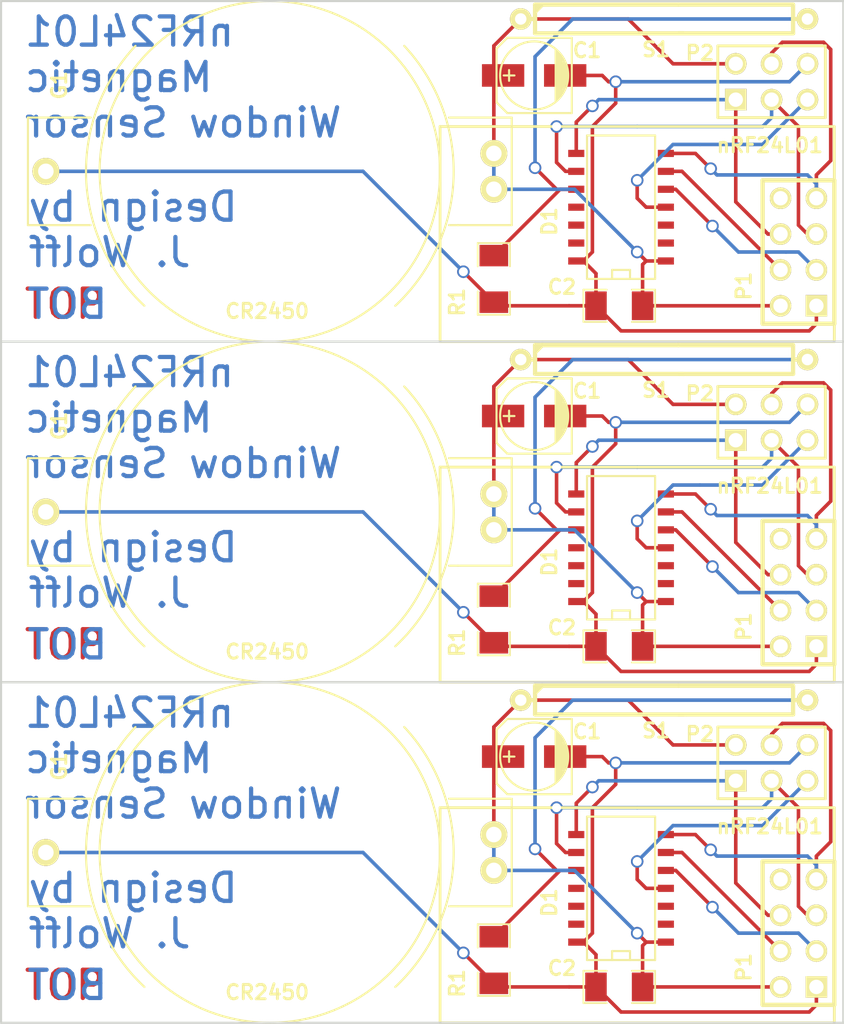
<source format=kicad_pcb>
(kicad_pcb (version 4) (host pcbnew 4.0.3+e1-6302~38~ubuntu16.04.1-stable)

  (general
    (links 102)
    (no_connects 30)
    (area 20.244999 19.990999 80.085001 44.779001)
    (thickness 1.6)
    (drawings 39)
    (tracks 321)
    (zones 0)
    (modules 24)
    (nets 16)
  )

  (page A3)
  (layers
    (0 F.Cu signal)
    (31 B.Cu signal)
    (32 B.Adhes user)
    (33 F.Adhes user)
    (34 B.Paste user)
    (35 F.Paste user)
    (36 B.SilkS user)
    (37 F.SilkS user)
    (38 B.Mask user)
    (39 F.Mask user)
    (40 Dwgs.User user)
    (41 Cmts.User user)
    (42 Eco1.User user)
    (43 Eco2.User user)
    (44 Edge.Cuts user)
  )

  (setup
    (last_trace_width 0.254)
    (trace_clearance 0.254)
    (zone_clearance 0.508)
    (zone_45_only no)
    (trace_min 0.254)
    (segment_width 0.2)
    (edge_width 0.15)
    (via_size 0.889)
    (via_drill 0.635)
    (via_min_size 0.889)
    (via_min_drill 0.508)
    (uvia_size 0.508)
    (uvia_drill 0.127)
    (uvias_allowed no)
    (uvia_min_size 0.508)
    (uvia_min_drill 0.127)
    (pcb_text_width 0.3)
    (pcb_text_size 1 1)
    (mod_edge_width 0.3)
    (mod_text_size 1 1)
    (mod_text_width 0.15)
    (pad_size 1 1)
    (pad_drill 0.6)
    (pad_to_mask_clearance 0)
    (aux_axis_origin 20.32 20.32)
    (visible_elements FFFFFFBF)
    (pcbplotparams
      (layerselection 0x00030_80000001)
      (usegerberextensions true)
      (excludeedgelayer true)
      (linewidth 0.150000)
      (plotframeref false)
      (viasonmask false)
      (mode 1)
      (useauxorigin false)
      (hpglpennumber 1)
      (hpglpenspeed 20)
      (hpglpendiameter 15)
      (hpglpenoverlay 2)
      (psnegative false)
      (psa4output false)
      (plotreference true)
      (plotvalue true)
      (plotinvisibletext false)
      (padsonsilk false)
      (subtractmaskfromsilk false)
      (outputformat 1)
      (mirror false)
      (drillshape 1)
      (scaleselection 1)
      (outputdirectory ""))
  )

  (net 0 "")
  (net 1 +BATT)
  (net 2 GND)
  (net 3 "Net-(D1-Pad5)")
  (net 4 "Net-(D1-Pad6)")
  (net 5 "Net-(D1-Pad9)")
  (net 6 "Net-(D1-Pad8)")
  (net 7 "Net-(D1-Pad7)")
  (net 8 "Net-(P1-Pad8)")
  (net 9 "Net-(D1-Pad4)")
  (net 10 "Net-(D1-Pad10)")
  (net 11 "Net-(D1-Pad2)")
  (net 12 "Net-(D1-Pad3)")
  (net 13 "Net-(D1-Pad11)")
  (net 14 "Net-(D1-Pad12)")
  (net 15 "Net-(D1-Pad13)")

  (net_class Default "Dies ist die voreingestellte Netzklasse."
    (clearance 0.254)
    (trace_width 0.254)
    (via_dia 0.889)
    (via_drill 0.635)
    (uvia_dia 0.508)
    (uvia_drill 0.127)
    (add_net +BATT)
    (add_net GND)
    (add_net "Net-(D1-Pad10)")
    (add_net "Net-(D1-Pad11)")
    (add_net "Net-(D1-Pad12)")
    (add_net "Net-(D1-Pad13)")
    (add_net "Net-(D1-Pad2)")
    (add_net "Net-(D1-Pad3)")
    (add_net "Net-(D1-Pad4)")
    (add_net "Net-(D1-Pad5)")
    (add_net "Net-(D1-Pad6)")
    (add_net "Net-(D1-Pad7)")
    (add_net "Net-(D1-Pad8)")
    (add_net "Net-(D1-Pad9)")
    (add_net "Net-(P1-Pad8)")
  )

  (module Capacitors_SMD:c_elec_5x4.5 (layer F.Cu) (tedit 578FBC25) (tstamp 57B1E916)
    (at 58.1025 49.7205 180)
    (descr "SMT capacitor, aluminium electrolytic, 5x4.5")
    (path /578B6DC8)
    (attr smd)
    (fp_text reference C1 (at -3.7465 1.778 180) (layer F.SilkS)
      (effects (font (size 1.016 1.016) (thickness 0.2032)))
    )
    (fp_text value 22 (at 0.0635 0.0635 180) (layer F.Fab) hide
      (effects (font (size 1 1) (thickness 0.15)))
    )
    (fp_line (start -3.95 -3) (end 3.95 -3) (layer F.CrtYd) (width 0.05))
    (fp_line (start 3.95 -3) (end 3.95 3) (layer F.CrtYd) (width 0.05))
    (fp_line (start 3.95 3) (end -3.95 3) (layer F.CrtYd) (width 0.05))
    (fp_line (start -3.95 3) (end -3.95 -3) (layer F.CrtYd) (width 0.05))
    (fp_line (start -2.286 -0.635) (end -2.286 0.762) (layer F.SilkS) (width 0.15))
    (fp_line (start -2.159 -0.889) (end -2.159 0.889) (layer F.SilkS) (width 0.15))
    (fp_line (start -2.032 -1.27) (end -2.032 1.27) (layer F.SilkS) (width 0.15))
    (fp_line (start -1.905 1.397) (end -1.905 -1.397) (layer F.SilkS) (width 0.15))
    (fp_line (start -1.778 -1.524) (end -1.778 1.524) (layer F.SilkS) (width 0.15))
    (fp_line (start -1.651 1.651) (end -1.651 -1.651) (layer F.SilkS) (width 0.15))
    (fp_line (start -1.524 -1.778) (end -1.524 1.778) (layer F.SilkS) (width 0.15))
    (fp_line (start -2.667 -2.667) (end 1.905 -2.667) (layer F.SilkS) (width 0.15))
    (fp_line (start 1.905 -2.667) (end 2.667 -1.905) (layer F.SilkS) (width 0.15))
    (fp_line (start 2.667 -1.905) (end 2.667 1.905) (layer F.SilkS) (width 0.15))
    (fp_line (start 2.667 1.905) (end 1.905 2.667) (layer F.SilkS) (width 0.15))
    (fp_line (start 1.905 2.667) (end -2.667 2.667) (layer F.SilkS) (width 0.15))
    (fp_line (start -2.667 2.667) (end -2.667 -2.667) (layer F.SilkS) (width 0.15))
    (fp_line (start 2.159 0) (end 1.397 0) (layer F.SilkS) (width 0.15))
    (fp_line (start 1.778 -0.381) (end 1.778 0.381) (layer F.SilkS) (width 0.15))
    (fp_circle (center 0 0) (end -2.413 0) (layer F.SilkS) (width 0.15))
    (pad 1 smd rect (at 2.19964 0 180) (size 2.99974 1.6002) (layers F.Cu F.Paste F.Mask)
      (net 1 +BATT))
    (pad 2 smd rect (at -2.19964 0 180) (size 2.99974 1.6002) (layers F.Cu F.Paste F.Mask)
      (net 2 GND))
    (model Capacitors_SMD.3dshapes/c_elec_5x4.5.wrl
      (at (xyz 0 0 0))
      (scale (xyz 1 1 1))
      (rotate (xyz 0 0 0))
    )
  )

  (module battery:KZH_2450N (layer F.Cu) (tedit 578FBE3D) (tstamp 57B1E906)
    (at 39.37 56.515 180)
    (path /578BB81F)
    (fp_text reference G1 (at 14.9225 6.096 270) (layer F.SilkS)
      (effects (font (size 1.016 1.016) (thickness 0.2032)))
    )
    (fp_text value CR2450 (at 0.1905 -9.906 180) (layer F.SilkS)
      (effects (font (size 1.016 1.016) (thickness 0.2032)))
    )
    (fp_arc (start 0 0) (end 8.89 -9.525) (angle 90) (layer F.SilkS) (width 0.15))
    (fp_arc (start 0 0) (end -9.525 8.89) (angle 90) (layer F.SilkS) (width 0.15))
    (fp_line (start 17.145 -3.81) (end 12.7 -3.81) (layer F.SilkS) (width 0.15))
    (fp_line (start 17.145 -3.81) (end 17.145 3.81) (layer F.SilkS) (width 0.15))
    (fp_line (start 17.145 3.81) (end 12.7 3.81) (layer F.SilkS) (width 0.15))
    (fp_line (start -12.7 -3.81) (end -13.335 -3.81) (layer F.SilkS) (width 0.15))
    (fp_line (start -17.145 -3.81) (end -13.335 -3.81) (layer F.SilkS) (width 0.15))
    (fp_line (start -17.145 -3.81) (end -17.145 3.81) (layer F.SilkS) (width 0.15))
    (fp_line (start -17.145 3.81) (end -12.7 3.81) (layer F.SilkS) (width 0.15))
    (fp_circle (center 0 0) (end -12.065 0) (layer F.SilkS) (width 0.15))
    (pad 1 thru_hole circle (at -15.875 -1.27 180) (size 1.905 1.905) (drill 1.1) (layers *.Cu *.Mask F.SilkS)
      (net 1 +BATT))
    (pad 2 thru_hole circle (at 15.875 0 180) (size 1.905 1.905) (drill 1.1) (layers *.Cu *.Mask F.SilkS)
      (net 2 GND))
    (pad 1 thru_hole circle (at -15.875 1.27 180) (size 1.905 1.905) (drill 1.1) (layers *.Cu *.Mask F.SilkS)
      (net 1 +BATT))
  )

  (module SM1206 (layer F.Cu) (tedit 578E6CA5) (tstamp 57B1E8FB)
    (at 64.135 66.04 180)
    (path /578B6DD7)
    (attr smd)
    (fp_text reference C2 (at 4.064 1.3335 180) (layer F.SilkS)
      (effects (font (size 1.016 1.016) (thickness 0.2032)))
    )
    (fp_text value 10n (at 0 0 180) (layer F.SilkS) hide
      (effects (font (size 0.762 0.762) (thickness 0.127)))
    )
    (fp_line (start -2.54 -1.143) (end -2.54 1.143) (layer F.SilkS) (width 0.127))
    (fp_line (start -2.54 1.143) (end -0.889 1.143) (layer F.SilkS) (width 0.127))
    (fp_line (start 0.889 -1.143) (end 2.54 -1.143) (layer F.SilkS) (width 0.127))
    (fp_line (start 2.54 -1.143) (end 2.54 1.143) (layer F.SilkS) (width 0.127))
    (fp_line (start 2.54 1.143) (end 0.889 1.143) (layer F.SilkS) (width 0.127))
    (fp_line (start -0.889 -1.143) (end -2.54 -1.143) (layer F.SilkS) (width 0.127))
    (pad 1 smd rect (at -1.651 0 180) (size 1.524 2.032) (layers F.Cu F.Paste F.Mask)
      (net 1 +BATT))
    (pad 2 smd rect (at 1.651 0 180) (size 1.524 2.032) (layers F.Cu F.Paste F.Mask)
      (net 2 GND))
    (model smd/chip_cms.wrl
      (at (xyz 0 0 0))
      (scale (xyz 0.17 0.16 0.16))
      (rotate (xyz 0 0 0))
    )
  )

  (module SM1206 (layer F.Cu) (tedit 578E6B75) (tstamp 57B1E8F0)
    (at 55.245 64.135 270)
    (path /578B6CCB)
    (attr smd)
    (fp_text reference R1 (at 1.651 2.6035 270) (layer F.SilkS)
      (effects (font (size 1.016 1.016) (thickness 0.2032)))
    )
    (fp_text value 5M1 (at 0 0 270) (layer F.SilkS) hide
      (effects (font (size 0.762 0.762) (thickness 0.127)))
    )
    (fp_line (start -2.54 -1.143) (end -2.54 1.143) (layer F.SilkS) (width 0.127))
    (fp_line (start -2.54 1.143) (end -0.889 1.143) (layer F.SilkS) (width 0.127))
    (fp_line (start 0.889 -1.143) (end 2.54 -1.143) (layer F.SilkS) (width 0.127))
    (fp_line (start 2.54 -1.143) (end 2.54 1.143) (layer F.SilkS) (width 0.127))
    (fp_line (start 2.54 1.143) (end 0.889 1.143) (layer F.SilkS) (width 0.127))
    (fp_line (start -0.889 -1.143) (end -2.54 -1.143) (layer F.SilkS) (width 0.127))
    (pad 1 smd rect (at -1.651 0 270) (size 1.524 2.032) (layers F.Cu F.Paste F.Mask)
      (net 10 "Net-(D1-Pad10)"))
    (pad 2 smd rect (at 1.651 0 270) (size 1.524 2.032) (layers F.Cu F.Paste F.Mask)
      (net 2 GND))
    (model smd/chip_cms.wrl
      (at (xyz 0 0 0))
      (scale (xyz 0.17 0.16 0.16))
      (rotate (xyz 0 0 0))
    )
  )

  (module R4 (layer F.Cu) (tedit 578E6B96) (tstamp 57B1E8E0)
    (at 67.31 45.72)
    (descr "Resitance 4 pas")
    (tags R)
    (path /578B6D75)
    (autoplace_cost180 10)
    (fp_text reference S1 (at -0.5715 2.159) (layer F.SilkS)
      (effects (font (size 1.016 1.016) (thickness 0.2032)))
    )
    (fp_text value "Reed 13x2.0" (at 0 0) (layer F.SilkS) hide
      (effects (font (size 1.397 1.27) (thickness 0.2032)))
    )
    (fp_line (start -9.144 1.016) (end 1.397 1.016) (layer F.SilkS) (width 0.3))
    (fp_line (start -9.144 -1.016) (end -8.636 -1.016) (layer F.SilkS) (width 0.3))
    (fp_line (start 1.016 -1.016) (end -8.636 -1.016) (layer F.SilkS) (width 0.3))
    (fp_line (start -10.16 0) (end -9.144 0) (layer F.SilkS) (width 0.3))
    (fp_line (start -9.144 0) (end -9.144 -1.016) (layer F.SilkS) (width 0.3))
    (fp_line (start 1.016 -1.016) (end 9.144 -1.016) (layer F.SilkS) (width 0.3))
    (fp_line (start 9.144 -1.016) (end 9.144 1.016) (layer F.SilkS) (width 0.3))
    (fp_line (start 9.144 1.016) (end 1.016 1.016) (layer F.SilkS) (width 0.3))
    (fp_line (start -9.144 1.016) (end -9.144 0) (layer F.SilkS) (width 0.3))
    (fp_line (start -9.144 -0.508) (end -8.636 -1.016) (layer F.SilkS) (width 0.3))
    (fp_line (start 10.16 0) (end 9.144 0) (layer F.SilkS) (width 0.3))
    (pad 1 thru_hole circle (at -10.16 0) (size 1.524 1.524) (drill 0.8128) (layers *.Cu *.Mask F.SilkS)
      (net 1 +BATT))
    (pad 2 thru_hole circle (at 10.16 0) (size 1.524 1.524) (drill 0.8128) (layers *.Cu *.Mask F.SilkS)
      (net 10 "Net-(D1-Pad10)"))
    (model discret/resistor.wrl
      (at (xyz 0 0 0))
      (scale (xyz 0.4 0.4 0.4))
      (rotate (xyz 0 0 0))
    )
  )

  (module SMD_Packages:SOIC-14_N (layer F.Cu) (tedit 578FBE60) (tstamp 57B1E8C8)
    (at 64.135 59.055 90)
    (descr "Module CMS SOJ 14 pins Large")
    (tags "CMS SOJ")
    (path /578B6C2A)
    (attr smd)
    (fp_text reference D1 (at -1.016 -4.953 90) (layer F.SilkS)
      (effects (font (size 1.016 1.016) (thickness 0.2032)))
    )
    (fp_text value ATTINY84 (at -1.524 5.2705 90) (layer F.Fab)
      (effects (font (size 1 1) (thickness 0.15)))
    )
    (fp_line (start 5.08 -2.286) (end 5.08 2.54) (layer F.SilkS) (width 0.15))
    (fp_line (start 5.08 2.54) (end -5.08 2.54) (layer F.SilkS) (width 0.15))
    (fp_line (start -5.08 2.54) (end -5.08 -2.286) (layer F.SilkS) (width 0.15))
    (fp_line (start -5.08 -2.286) (end 5.08 -2.286) (layer F.SilkS) (width 0.15))
    (fp_line (start -5.08 -0.508) (end -4.445 -0.508) (layer F.SilkS) (width 0.15))
    (fp_line (start -4.445 -0.508) (end -4.445 0.762) (layer F.SilkS) (width 0.15))
    (fp_line (start -4.445 0.762) (end -5.08 0.762) (layer F.SilkS) (width 0.15))
    (pad 1 smd rect (at -3.81 3.302 90) (size 0.508 1.143) (layers F.Cu F.Paste F.Mask)
      (net 1 +BATT))
    (pad 2 smd rect (at -2.54 3.302 90) (size 0.508 1.143) (layers F.Cu F.Paste F.Mask)
      (net 11 "Net-(D1-Pad2)"))
    (pad 3 smd rect (at -1.27 3.302 90) (size 0.508 1.143) (layers F.Cu F.Paste F.Mask)
      (net 12 "Net-(D1-Pad3)"))
    (pad 4 smd rect (at 0 3.302 90) (size 0.508 1.143) (layers F.Cu F.Paste F.Mask)
      (net 9 "Net-(D1-Pad4)"))
    (pad 5 smd rect (at 1.27 3.302 90) (size 0.508 1.143) (layers F.Cu F.Paste F.Mask)
      (net 3 "Net-(D1-Pad5)"))
    (pad 6 smd rect (at 2.54 3.302 90) (size 0.508 1.143) (layers F.Cu F.Paste F.Mask)
      (net 4 "Net-(D1-Pad6)"))
    (pad 7 smd rect (at 3.81 3.302 90) (size 0.508 1.143) (layers F.Cu F.Paste F.Mask)
      (net 7 "Net-(D1-Pad7)"))
    (pad 8 smd rect (at 3.81 -3.048 90) (size 0.508 1.143) (layers F.Cu F.Paste F.Mask)
      (net 6 "Net-(D1-Pad8)"))
    (pad 9 smd rect (at 2.54 -3.048 90) (size 0.508 1.143) (layers F.Cu F.Paste F.Mask)
      (net 5 "Net-(D1-Pad9)"))
    (pad 11 smd rect (at 0 -3.048 90) (size 0.508 1.143) (layers F.Cu F.Paste F.Mask)
      (net 13 "Net-(D1-Pad11)"))
    (pad 12 smd rect (at -1.27 -3.048 90) (size 0.508 1.143) (layers F.Cu F.Paste F.Mask)
      (net 14 "Net-(D1-Pad12)"))
    (pad 13 smd rect (at -2.54 -3.048 90) (size 0.508 1.143) (layers F.Cu F.Paste F.Mask)
      (net 15 "Net-(D1-Pad13)"))
    (pad 14 smd rect (at -3.81 -3.048 90) (size 0.508 1.143) (layers F.Cu F.Paste F.Mask)
      (net 2 GND))
    (pad 10 smd rect (at 1.27 -3.048 90) (size 0.508 1.143) (layers F.Cu F.Paste F.Mask)
      (net 10 "Net-(D1-Pad10)"))
    (model SMD_Packages.3dshapes/SOIC-14_N.wrl
      (at (xyz 0 0 0))
      (scale (xyz 0.5 0.4 0.5))
      (rotate (xyz 0 0 0))
    )
  )

  (module pin_array_3x2 (layer F.Cu) (tedit 578E6AF9) (tstamp 57B1E8BB)
    (at 74.93 50.165)
    (descr "Double rangee de contacts 2 x 4 pins")
    (tags CONN)
    (path /578B6CB7)
    (fp_text reference P2 (at -5.08 -2.032) (layer F.SilkS)
      (effects (font (size 1.016 1.016) (thickness 0.2032)))
    )
    (fp_text value 3X2 (at 0.1905 0.127) (layer F.SilkS) hide
      (effects (font (size 1.016 1.016) (thickness 0.2032)))
    )
    (fp_line (start 3.81 2.54) (end -3.81 2.54) (layer F.SilkS) (width 0.2032))
    (fp_line (start -3.81 -2.54) (end 3.81 -2.54) (layer F.SilkS) (width 0.2032))
    (fp_line (start 3.81 -2.54) (end 3.81 2.54) (layer F.SilkS) (width 0.2032))
    (fp_line (start -3.81 2.54) (end -3.81 -2.54) (layer F.SilkS) (width 0.2032))
    (pad 1 thru_hole rect (at -2.54 1.27) (size 1.524 1.524) (drill 1.016) (layers *.Cu *.Mask F.SilkS)
      (net 6 "Net-(D1-Pad8)"))
    (pad 2 thru_hole circle (at -2.54 -1.27) (size 1.524 1.524) (drill 1.016) (layers *.Cu *.Mask F.SilkS)
      (net 1 +BATT))
    (pad 3 thru_hole circle (at 0 1.27) (size 1.524 1.524) (drill 1.016) (layers *.Cu *.Mask F.SilkS)
      (net 5 "Net-(D1-Pad9)"))
    (pad 4 thru_hole circle (at 0 -1.27) (size 1.524 1.524) (drill 1.016) (layers *.Cu *.Mask F.SilkS)
      (net 7 "Net-(D1-Pad7)"))
    (pad 5 thru_hole circle (at 2.54 1.27) (size 1.524 1.524) (drill 1.016) (layers *.Cu *.Mask F.SilkS)
      (net 9 "Net-(D1-Pad4)"))
    (pad 6 thru_hole circle (at 2.54 -1.27) (size 1.524 1.524) (drill 1.016) (layers *.Cu *.Mask F.SilkS)
      (net 2 GND))
    (model pin_array/pins_array_3x2.wrl
      (at (xyz 0 0 0))
      (scale (xyz 1 1 1))
      (rotate (xyz 0 0 0))
    )
  )

  (module pin_array_4x2 (layer F.Cu) (tedit 578E6AF3) (tstamp 57B1E8AC)
    (at 76.835 62.23 90)
    (descr "Double rangee de contacts 2 x 4 pins")
    (tags CONN)
    (path /578B6C99)
    (fp_text reference P1 (at -2.413 -3.8735 90) (layer F.SilkS)
      (effects (font (size 1.016 1.016) (thickness 0.2032)))
    )
    (fp_text value 4X2 (at 0.1905 0 90) (layer F.SilkS) hide
      (effects (font (size 1.016 1.016) (thickness 0.2032)))
    )
    (fp_line (start -5.08 -2.54) (end 5.08 -2.54) (layer F.SilkS) (width 0.3048))
    (fp_line (start 5.08 -2.54) (end 5.08 2.54) (layer F.SilkS) (width 0.3048))
    (fp_line (start 5.08 2.54) (end -5.08 2.54) (layer F.SilkS) (width 0.3048))
    (fp_line (start -5.08 2.54) (end -5.08 -2.54) (layer F.SilkS) (width 0.3048))
    (pad 1 thru_hole rect (at -3.81 1.27 90) (size 1.524 1.524) (drill 1.016) (layers *.Cu *.Mask F.SilkS)
      (net 2 GND))
    (pad 2 thru_hole circle (at -3.81 -1.27 90) (size 1.524 1.524) (drill 1.016) (layers *.Cu *.Mask F.SilkS)
      (net 1 +BATT))
    (pad 3 thru_hole circle (at -1.27 1.27 90) (size 1.524 1.524) (drill 1.016) (layers *.Cu *.Mask F.SilkS)
      (net 3 "Net-(D1-Pad5)"))
    (pad 4 thru_hole circle (at -1.27 -1.27 90) (size 1.524 1.524) (drill 1.016) (layers *.Cu *.Mask F.SilkS)
      (net 4 "Net-(D1-Pad6)"))
    (pad 5 thru_hole circle (at 1.27 1.27 90) (size 1.524 1.524) (drill 1.016) (layers *.Cu *.Mask F.SilkS)
      (net 5 "Net-(D1-Pad9)"))
    (pad 6 thru_hole circle (at 1.27 -1.27 90) (size 1.524 1.524) (drill 1.016) (layers *.Cu *.Mask F.SilkS)
      (net 6 "Net-(D1-Pad8)"))
    (pad 7 thru_hole circle (at 3.81 1.27 90) (size 1.524 1.524) (drill 1.016) (layers *.Cu *.Mask F.SilkS)
      (net 7 "Net-(D1-Pad7)"))
    (pad 8 thru_hole circle (at 3.81 -1.27 90) (size 1.524 1.524) (drill 1.016) (layers *.Cu *.Mask F.SilkS)
      (net 8 "Net-(P1-Pad8)"))
    (model pin_array/pins_array_4x2.wrl
      (at (xyz 0 0 0))
      (scale (xyz 1 1 1))
      (rotate (xyz 0 0 0))
    )
  )

  (module Capacitors_SMD:c_elec_5x4.5 (layer F.Cu) (tedit 578FBC25) (tstamp 57B1E81B)
    (at 58.1025 73.8505 180)
    (descr "SMT capacitor, aluminium electrolytic, 5x4.5")
    (path /578B6DC8)
    (attr smd)
    (fp_text reference C1 (at -3.7465 1.778 180) (layer F.SilkS)
      (effects (font (size 1.016 1.016) (thickness 0.2032)))
    )
    (fp_text value 22 (at 0.0635 0.0635 180) (layer F.Fab) hide
      (effects (font (size 1 1) (thickness 0.15)))
    )
    (fp_line (start -3.95 -3) (end 3.95 -3) (layer F.CrtYd) (width 0.05))
    (fp_line (start 3.95 -3) (end 3.95 3) (layer F.CrtYd) (width 0.05))
    (fp_line (start 3.95 3) (end -3.95 3) (layer F.CrtYd) (width 0.05))
    (fp_line (start -3.95 3) (end -3.95 -3) (layer F.CrtYd) (width 0.05))
    (fp_line (start -2.286 -0.635) (end -2.286 0.762) (layer F.SilkS) (width 0.15))
    (fp_line (start -2.159 -0.889) (end -2.159 0.889) (layer F.SilkS) (width 0.15))
    (fp_line (start -2.032 -1.27) (end -2.032 1.27) (layer F.SilkS) (width 0.15))
    (fp_line (start -1.905 1.397) (end -1.905 -1.397) (layer F.SilkS) (width 0.15))
    (fp_line (start -1.778 -1.524) (end -1.778 1.524) (layer F.SilkS) (width 0.15))
    (fp_line (start -1.651 1.651) (end -1.651 -1.651) (layer F.SilkS) (width 0.15))
    (fp_line (start -1.524 -1.778) (end -1.524 1.778) (layer F.SilkS) (width 0.15))
    (fp_line (start -2.667 -2.667) (end 1.905 -2.667) (layer F.SilkS) (width 0.15))
    (fp_line (start 1.905 -2.667) (end 2.667 -1.905) (layer F.SilkS) (width 0.15))
    (fp_line (start 2.667 -1.905) (end 2.667 1.905) (layer F.SilkS) (width 0.15))
    (fp_line (start 2.667 1.905) (end 1.905 2.667) (layer F.SilkS) (width 0.15))
    (fp_line (start 1.905 2.667) (end -2.667 2.667) (layer F.SilkS) (width 0.15))
    (fp_line (start -2.667 2.667) (end -2.667 -2.667) (layer F.SilkS) (width 0.15))
    (fp_line (start 2.159 0) (end 1.397 0) (layer F.SilkS) (width 0.15))
    (fp_line (start 1.778 -0.381) (end 1.778 0.381) (layer F.SilkS) (width 0.15))
    (fp_circle (center 0 0) (end -2.413 0) (layer F.SilkS) (width 0.15))
    (pad 1 smd rect (at 2.19964 0 180) (size 2.99974 1.6002) (layers F.Cu F.Paste F.Mask)
      (net 1 +BATT))
    (pad 2 smd rect (at -2.19964 0 180) (size 2.99974 1.6002) (layers F.Cu F.Paste F.Mask)
      (net 2 GND))
    (model Capacitors_SMD.3dshapes/c_elec_5x4.5.wrl
      (at (xyz 0 0 0))
      (scale (xyz 1 1 1))
      (rotate (xyz 0 0 0))
    )
  )

  (module battery:KZH_2450N (layer F.Cu) (tedit 578FBE3D) (tstamp 57B1E80B)
    (at 39.37 80.645 180)
    (path /578BB81F)
    (fp_text reference G1 (at 14.9225 6.096 270) (layer F.SilkS)
      (effects (font (size 1.016 1.016) (thickness 0.2032)))
    )
    (fp_text value CR2450 (at 0.1905 -9.906 180) (layer F.SilkS)
      (effects (font (size 1.016 1.016) (thickness 0.2032)))
    )
    (fp_arc (start 0 0) (end 8.89 -9.525) (angle 90) (layer F.SilkS) (width 0.15))
    (fp_arc (start 0 0) (end -9.525 8.89) (angle 90) (layer F.SilkS) (width 0.15))
    (fp_line (start 17.145 -3.81) (end 12.7 -3.81) (layer F.SilkS) (width 0.15))
    (fp_line (start 17.145 -3.81) (end 17.145 3.81) (layer F.SilkS) (width 0.15))
    (fp_line (start 17.145 3.81) (end 12.7 3.81) (layer F.SilkS) (width 0.15))
    (fp_line (start -12.7 -3.81) (end -13.335 -3.81) (layer F.SilkS) (width 0.15))
    (fp_line (start -17.145 -3.81) (end -13.335 -3.81) (layer F.SilkS) (width 0.15))
    (fp_line (start -17.145 -3.81) (end -17.145 3.81) (layer F.SilkS) (width 0.15))
    (fp_line (start -17.145 3.81) (end -12.7 3.81) (layer F.SilkS) (width 0.15))
    (fp_circle (center 0 0) (end -12.065 0) (layer F.SilkS) (width 0.15))
    (pad 1 thru_hole circle (at -15.875 -1.27 180) (size 1.905 1.905) (drill 1.1) (layers *.Cu *.Mask F.SilkS)
      (net 1 +BATT))
    (pad 2 thru_hole circle (at 15.875 0 180) (size 1.905 1.905) (drill 1.1) (layers *.Cu *.Mask F.SilkS)
      (net 2 GND))
    (pad 1 thru_hole circle (at -15.875 1.27 180) (size 1.905 1.905) (drill 1.1) (layers *.Cu *.Mask F.SilkS)
      (net 1 +BATT))
  )

  (module SM1206 (layer F.Cu) (tedit 578E6CA5) (tstamp 57B1E800)
    (at 64.135 90.17 180)
    (path /578B6DD7)
    (attr smd)
    (fp_text reference C2 (at 4.064 1.3335 180) (layer F.SilkS)
      (effects (font (size 1.016 1.016) (thickness 0.2032)))
    )
    (fp_text value 10n (at 0 0 180) (layer F.SilkS) hide
      (effects (font (size 0.762 0.762) (thickness 0.127)))
    )
    (fp_line (start -2.54 -1.143) (end -2.54 1.143) (layer F.SilkS) (width 0.127))
    (fp_line (start -2.54 1.143) (end -0.889 1.143) (layer F.SilkS) (width 0.127))
    (fp_line (start 0.889 -1.143) (end 2.54 -1.143) (layer F.SilkS) (width 0.127))
    (fp_line (start 2.54 -1.143) (end 2.54 1.143) (layer F.SilkS) (width 0.127))
    (fp_line (start 2.54 1.143) (end 0.889 1.143) (layer F.SilkS) (width 0.127))
    (fp_line (start -0.889 -1.143) (end -2.54 -1.143) (layer F.SilkS) (width 0.127))
    (pad 1 smd rect (at -1.651 0 180) (size 1.524 2.032) (layers F.Cu F.Paste F.Mask)
      (net 1 +BATT))
    (pad 2 smd rect (at 1.651 0 180) (size 1.524 2.032) (layers F.Cu F.Paste F.Mask)
      (net 2 GND))
    (model smd/chip_cms.wrl
      (at (xyz 0 0 0))
      (scale (xyz 0.17 0.16 0.16))
      (rotate (xyz 0 0 0))
    )
  )

  (module SM1206 (layer F.Cu) (tedit 578E6B75) (tstamp 57B1E7F5)
    (at 55.245 88.265 270)
    (path /578B6CCB)
    (attr smd)
    (fp_text reference R1 (at 1.651 2.6035 270) (layer F.SilkS)
      (effects (font (size 1.016 1.016) (thickness 0.2032)))
    )
    (fp_text value 5M1 (at 0 0 270) (layer F.SilkS) hide
      (effects (font (size 0.762 0.762) (thickness 0.127)))
    )
    (fp_line (start -2.54 -1.143) (end -2.54 1.143) (layer F.SilkS) (width 0.127))
    (fp_line (start -2.54 1.143) (end -0.889 1.143) (layer F.SilkS) (width 0.127))
    (fp_line (start 0.889 -1.143) (end 2.54 -1.143) (layer F.SilkS) (width 0.127))
    (fp_line (start 2.54 -1.143) (end 2.54 1.143) (layer F.SilkS) (width 0.127))
    (fp_line (start 2.54 1.143) (end 0.889 1.143) (layer F.SilkS) (width 0.127))
    (fp_line (start -0.889 -1.143) (end -2.54 -1.143) (layer F.SilkS) (width 0.127))
    (pad 1 smd rect (at -1.651 0 270) (size 1.524 2.032) (layers F.Cu F.Paste F.Mask)
      (net 10 "Net-(D1-Pad10)"))
    (pad 2 smd rect (at 1.651 0 270) (size 1.524 2.032) (layers F.Cu F.Paste F.Mask)
      (net 2 GND))
    (model smd/chip_cms.wrl
      (at (xyz 0 0 0))
      (scale (xyz 0.17 0.16 0.16))
      (rotate (xyz 0 0 0))
    )
  )

  (module R4 (layer F.Cu) (tedit 578E6B96) (tstamp 57B1E7E5)
    (at 67.31 69.85)
    (descr "Resitance 4 pas")
    (tags R)
    (path /578B6D75)
    (autoplace_cost180 10)
    (fp_text reference S1 (at -0.5715 2.159) (layer F.SilkS)
      (effects (font (size 1.016 1.016) (thickness 0.2032)))
    )
    (fp_text value "Reed 13x2.0" (at 0 0) (layer F.SilkS) hide
      (effects (font (size 1.397 1.27) (thickness 0.2032)))
    )
    (fp_line (start -9.144 1.016) (end 1.397 1.016) (layer F.SilkS) (width 0.3))
    (fp_line (start -9.144 -1.016) (end -8.636 -1.016) (layer F.SilkS) (width 0.3))
    (fp_line (start 1.016 -1.016) (end -8.636 -1.016) (layer F.SilkS) (width 0.3))
    (fp_line (start -10.16 0) (end -9.144 0) (layer F.SilkS) (width 0.3))
    (fp_line (start -9.144 0) (end -9.144 -1.016) (layer F.SilkS) (width 0.3))
    (fp_line (start 1.016 -1.016) (end 9.144 -1.016) (layer F.SilkS) (width 0.3))
    (fp_line (start 9.144 -1.016) (end 9.144 1.016) (layer F.SilkS) (width 0.3))
    (fp_line (start 9.144 1.016) (end 1.016 1.016) (layer F.SilkS) (width 0.3))
    (fp_line (start -9.144 1.016) (end -9.144 0) (layer F.SilkS) (width 0.3))
    (fp_line (start -9.144 -0.508) (end -8.636 -1.016) (layer F.SilkS) (width 0.3))
    (fp_line (start 10.16 0) (end 9.144 0) (layer F.SilkS) (width 0.3))
    (pad 1 thru_hole circle (at -10.16 0) (size 1.524 1.524) (drill 0.8128) (layers *.Cu *.Mask F.SilkS)
      (net 1 +BATT))
    (pad 2 thru_hole circle (at 10.16 0) (size 1.524 1.524) (drill 0.8128) (layers *.Cu *.Mask F.SilkS)
      (net 10 "Net-(D1-Pad10)"))
    (model discret/resistor.wrl
      (at (xyz 0 0 0))
      (scale (xyz 0.4 0.4 0.4))
      (rotate (xyz 0 0 0))
    )
  )

  (module SMD_Packages:SOIC-14_N (layer F.Cu) (tedit 578FBE60) (tstamp 57B1E7CD)
    (at 64.135 83.185 90)
    (descr "Module CMS SOJ 14 pins Large")
    (tags "CMS SOJ")
    (path /578B6C2A)
    (attr smd)
    (fp_text reference D1 (at -1.016 -4.953 90) (layer F.SilkS)
      (effects (font (size 1.016 1.016) (thickness 0.2032)))
    )
    (fp_text value ATTINY84 (at -1.524 5.2705 90) (layer F.Fab)
      (effects (font (size 1 1) (thickness 0.15)))
    )
    (fp_line (start 5.08 -2.286) (end 5.08 2.54) (layer F.SilkS) (width 0.15))
    (fp_line (start 5.08 2.54) (end -5.08 2.54) (layer F.SilkS) (width 0.15))
    (fp_line (start -5.08 2.54) (end -5.08 -2.286) (layer F.SilkS) (width 0.15))
    (fp_line (start -5.08 -2.286) (end 5.08 -2.286) (layer F.SilkS) (width 0.15))
    (fp_line (start -5.08 -0.508) (end -4.445 -0.508) (layer F.SilkS) (width 0.15))
    (fp_line (start -4.445 -0.508) (end -4.445 0.762) (layer F.SilkS) (width 0.15))
    (fp_line (start -4.445 0.762) (end -5.08 0.762) (layer F.SilkS) (width 0.15))
    (pad 1 smd rect (at -3.81 3.302 90) (size 0.508 1.143) (layers F.Cu F.Paste F.Mask)
      (net 1 +BATT))
    (pad 2 smd rect (at -2.54 3.302 90) (size 0.508 1.143) (layers F.Cu F.Paste F.Mask)
      (net 11 "Net-(D1-Pad2)"))
    (pad 3 smd rect (at -1.27 3.302 90) (size 0.508 1.143) (layers F.Cu F.Paste F.Mask)
      (net 12 "Net-(D1-Pad3)"))
    (pad 4 smd rect (at 0 3.302 90) (size 0.508 1.143) (layers F.Cu F.Paste F.Mask)
      (net 9 "Net-(D1-Pad4)"))
    (pad 5 smd rect (at 1.27 3.302 90) (size 0.508 1.143) (layers F.Cu F.Paste F.Mask)
      (net 3 "Net-(D1-Pad5)"))
    (pad 6 smd rect (at 2.54 3.302 90) (size 0.508 1.143) (layers F.Cu F.Paste F.Mask)
      (net 4 "Net-(D1-Pad6)"))
    (pad 7 smd rect (at 3.81 3.302 90) (size 0.508 1.143) (layers F.Cu F.Paste F.Mask)
      (net 7 "Net-(D1-Pad7)"))
    (pad 8 smd rect (at 3.81 -3.048 90) (size 0.508 1.143) (layers F.Cu F.Paste F.Mask)
      (net 6 "Net-(D1-Pad8)"))
    (pad 9 smd rect (at 2.54 -3.048 90) (size 0.508 1.143) (layers F.Cu F.Paste F.Mask)
      (net 5 "Net-(D1-Pad9)"))
    (pad 11 smd rect (at 0 -3.048 90) (size 0.508 1.143) (layers F.Cu F.Paste F.Mask)
      (net 13 "Net-(D1-Pad11)"))
    (pad 12 smd rect (at -1.27 -3.048 90) (size 0.508 1.143) (layers F.Cu F.Paste F.Mask)
      (net 14 "Net-(D1-Pad12)"))
    (pad 13 smd rect (at -2.54 -3.048 90) (size 0.508 1.143) (layers F.Cu F.Paste F.Mask)
      (net 15 "Net-(D1-Pad13)"))
    (pad 14 smd rect (at -3.81 -3.048 90) (size 0.508 1.143) (layers F.Cu F.Paste F.Mask)
      (net 2 GND))
    (pad 10 smd rect (at 1.27 -3.048 90) (size 0.508 1.143) (layers F.Cu F.Paste F.Mask)
      (net 10 "Net-(D1-Pad10)"))
    (model SMD_Packages.3dshapes/SOIC-14_N.wrl
      (at (xyz 0 0 0))
      (scale (xyz 0.5 0.4 0.5))
      (rotate (xyz 0 0 0))
    )
  )

  (module pin_array_3x2 (layer F.Cu) (tedit 578E6AF9) (tstamp 57B1E7C0)
    (at 74.93 74.295)
    (descr "Double rangee de contacts 2 x 4 pins")
    (tags CONN)
    (path /578B6CB7)
    (fp_text reference P2 (at -5.08 -2.032) (layer F.SilkS)
      (effects (font (size 1.016 1.016) (thickness 0.2032)))
    )
    (fp_text value 3X2 (at 0.1905 0.127) (layer F.SilkS) hide
      (effects (font (size 1.016 1.016) (thickness 0.2032)))
    )
    (fp_line (start 3.81 2.54) (end -3.81 2.54) (layer F.SilkS) (width 0.2032))
    (fp_line (start -3.81 -2.54) (end 3.81 -2.54) (layer F.SilkS) (width 0.2032))
    (fp_line (start 3.81 -2.54) (end 3.81 2.54) (layer F.SilkS) (width 0.2032))
    (fp_line (start -3.81 2.54) (end -3.81 -2.54) (layer F.SilkS) (width 0.2032))
    (pad 1 thru_hole rect (at -2.54 1.27) (size 1.524 1.524) (drill 1.016) (layers *.Cu *.Mask F.SilkS)
      (net 6 "Net-(D1-Pad8)"))
    (pad 2 thru_hole circle (at -2.54 -1.27) (size 1.524 1.524) (drill 1.016) (layers *.Cu *.Mask F.SilkS)
      (net 1 +BATT))
    (pad 3 thru_hole circle (at 0 1.27) (size 1.524 1.524) (drill 1.016) (layers *.Cu *.Mask F.SilkS)
      (net 5 "Net-(D1-Pad9)"))
    (pad 4 thru_hole circle (at 0 -1.27) (size 1.524 1.524) (drill 1.016) (layers *.Cu *.Mask F.SilkS)
      (net 7 "Net-(D1-Pad7)"))
    (pad 5 thru_hole circle (at 2.54 1.27) (size 1.524 1.524) (drill 1.016) (layers *.Cu *.Mask F.SilkS)
      (net 9 "Net-(D1-Pad4)"))
    (pad 6 thru_hole circle (at 2.54 -1.27) (size 1.524 1.524) (drill 1.016) (layers *.Cu *.Mask F.SilkS)
      (net 2 GND))
    (model pin_array/pins_array_3x2.wrl
      (at (xyz 0 0 0))
      (scale (xyz 1 1 1))
      (rotate (xyz 0 0 0))
    )
  )

  (module pin_array_4x2 (layer F.Cu) (tedit 578E6AF3) (tstamp 57B1E7B1)
    (at 76.835 86.36 90)
    (descr "Double rangee de contacts 2 x 4 pins")
    (tags CONN)
    (path /578B6C99)
    (fp_text reference P1 (at -2.413 -3.8735 90) (layer F.SilkS)
      (effects (font (size 1.016 1.016) (thickness 0.2032)))
    )
    (fp_text value 4X2 (at 0.1905 0 90) (layer F.SilkS) hide
      (effects (font (size 1.016 1.016) (thickness 0.2032)))
    )
    (fp_line (start -5.08 -2.54) (end 5.08 -2.54) (layer F.SilkS) (width 0.3048))
    (fp_line (start 5.08 -2.54) (end 5.08 2.54) (layer F.SilkS) (width 0.3048))
    (fp_line (start 5.08 2.54) (end -5.08 2.54) (layer F.SilkS) (width 0.3048))
    (fp_line (start -5.08 2.54) (end -5.08 -2.54) (layer F.SilkS) (width 0.3048))
    (pad 1 thru_hole rect (at -3.81 1.27 90) (size 1.524 1.524) (drill 1.016) (layers *.Cu *.Mask F.SilkS)
      (net 2 GND))
    (pad 2 thru_hole circle (at -3.81 -1.27 90) (size 1.524 1.524) (drill 1.016) (layers *.Cu *.Mask F.SilkS)
      (net 1 +BATT))
    (pad 3 thru_hole circle (at -1.27 1.27 90) (size 1.524 1.524) (drill 1.016) (layers *.Cu *.Mask F.SilkS)
      (net 3 "Net-(D1-Pad5)"))
    (pad 4 thru_hole circle (at -1.27 -1.27 90) (size 1.524 1.524) (drill 1.016) (layers *.Cu *.Mask F.SilkS)
      (net 4 "Net-(D1-Pad6)"))
    (pad 5 thru_hole circle (at 1.27 1.27 90) (size 1.524 1.524) (drill 1.016) (layers *.Cu *.Mask F.SilkS)
      (net 5 "Net-(D1-Pad9)"))
    (pad 6 thru_hole circle (at 1.27 -1.27 90) (size 1.524 1.524) (drill 1.016) (layers *.Cu *.Mask F.SilkS)
      (net 6 "Net-(D1-Pad8)"))
    (pad 7 thru_hole circle (at 3.81 1.27 90) (size 1.524 1.524) (drill 1.016) (layers *.Cu *.Mask F.SilkS)
      (net 7 "Net-(D1-Pad7)"))
    (pad 8 thru_hole circle (at 3.81 -1.27 90) (size 1.524 1.524) (drill 1.016) (layers *.Cu *.Mask F.SilkS)
      (net 8 "Net-(P1-Pad8)"))
    (model pin_array/pins_array_4x2.wrl
      (at (xyz 0 0 0))
      (scale (xyz 1 1 1))
      (rotate (xyz 0 0 0))
    )
  )

  (module pin_array_4x2 (layer F.Cu) (tedit 578E6AF3) (tstamp 578BB9BD)
    (at 76.835 38.1 90)
    (descr "Double rangee de contacts 2 x 4 pins")
    (tags CONN)
    (path /578B6C99)
    (fp_text reference P1 (at -2.413 -3.8735 90) (layer F.SilkS)
      (effects (font (size 1.016 1.016) (thickness 0.2032)))
    )
    (fp_text value 4X2 (at 0.1905 0 90) (layer F.SilkS) hide
      (effects (font (size 1.016 1.016) (thickness 0.2032)))
    )
    (fp_line (start -5.08 -2.54) (end 5.08 -2.54) (layer F.SilkS) (width 0.3048))
    (fp_line (start 5.08 -2.54) (end 5.08 2.54) (layer F.SilkS) (width 0.3048))
    (fp_line (start 5.08 2.54) (end -5.08 2.54) (layer F.SilkS) (width 0.3048))
    (fp_line (start -5.08 2.54) (end -5.08 -2.54) (layer F.SilkS) (width 0.3048))
    (pad 1 thru_hole rect (at -3.81 1.27 90) (size 1.524 1.524) (drill 1.016) (layers *.Cu *.Mask F.SilkS)
      (net 2 GND))
    (pad 2 thru_hole circle (at -3.81 -1.27 90) (size 1.524 1.524) (drill 1.016) (layers *.Cu *.Mask F.SilkS)
      (net 1 +BATT))
    (pad 3 thru_hole circle (at -1.27 1.27 90) (size 1.524 1.524) (drill 1.016) (layers *.Cu *.Mask F.SilkS)
      (net 3 "Net-(D1-Pad5)"))
    (pad 4 thru_hole circle (at -1.27 -1.27 90) (size 1.524 1.524) (drill 1.016) (layers *.Cu *.Mask F.SilkS)
      (net 4 "Net-(D1-Pad6)"))
    (pad 5 thru_hole circle (at 1.27 1.27 90) (size 1.524 1.524) (drill 1.016) (layers *.Cu *.Mask F.SilkS)
      (net 5 "Net-(D1-Pad9)"))
    (pad 6 thru_hole circle (at 1.27 -1.27 90) (size 1.524 1.524) (drill 1.016) (layers *.Cu *.Mask F.SilkS)
      (net 6 "Net-(D1-Pad8)"))
    (pad 7 thru_hole circle (at 3.81 1.27 90) (size 1.524 1.524) (drill 1.016) (layers *.Cu *.Mask F.SilkS)
      (net 7 "Net-(D1-Pad7)"))
    (pad 8 thru_hole circle (at 3.81 -1.27 90) (size 1.524 1.524) (drill 1.016) (layers *.Cu *.Mask F.SilkS)
      (net 8 "Net-(P1-Pad8)"))
    (model pin_array/pins_array_4x2.wrl
      (at (xyz 0 0 0))
      (scale (xyz 1 1 1))
      (rotate (xyz 0 0 0))
    )
  )

  (module pin_array_3x2 (layer F.Cu) (tedit 578E6AF9) (tstamp 578BB9CB)
    (at 74.93 26.035)
    (descr "Double rangee de contacts 2 x 4 pins")
    (tags CONN)
    (path /578B6CB7)
    (fp_text reference P2 (at -5.08 -2.032) (layer F.SilkS)
      (effects (font (size 1.016 1.016) (thickness 0.2032)))
    )
    (fp_text value 3X2 (at 0.1905 0.127) (layer F.SilkS) hide
      (effects (font (size 1.016 1.016) (thickness 0.2032)))
    )
    (fp_line (start 3.81 2.54) (end -3.81 2.54) (layer F.SilkS) (width 0.2032))
    (fp_line (start -3.81 -2.54) (end 3.81 -2.54) (layer F.SilkS) (width 0.2032))
    (fp_line (start 3.81 -2.54) (end 3.81 2.54) (layer F.SilkS) (width 0.2032))
    (fp_line (start -3.81 2.54) (end -3.81 -2.54) (layer F.SilkS) (width 0.2032))
    (pad 1 thru_hole rect (at -2.54 1.27) (size 1.524 1.524) (drill 1.016) (layers *.Cu *.Mask F.SilkS)
      (net 6 "Net-(D1-Pad8)"))
    (pad 2 thru_hole circle (at -2.54 -1.27) (size 1.524 1.524) (drill 1.016) (layers *.Cu *.Mask F.SilkS)
      (net 1 +BATT))
    (pad 3 thru_hole circle (at 0 1.27) (size 1.524 1.524) (drill 1.016) (layers *.Cu *.Mask F.SilkS)
      (net 5 "Net-(D1-Pad9)"))
    (pad 4 thru_hole circle (at 0 -1.27) (size 1.524 1.524) (drill 1.016) (layers *.Cu *.Mask F.SilkS)
      (net 7 "Net-(D1-Pad7)"))
    (pad 5 thru_hole circle (at 2.54 1.27) (size 1.524 1.524) (drill 1.016) (layers *.Cu *.Mask F.SilkS)
      (net 9 "Net-(D1-Pad4)"))
    (pad 6 thru_hole circle (at 2.54 -1.27) (size 1.524 1.524) (drill 1.016) (layers *.Cu *.Mask F.SilkS)
      (net 2 GND))
    (model pin_array/pins_array_3x2.wrl
      (at (xyz 0 0 0))
      (scale (xyz 1 1 1))
      (rotate (xyz 0 0 0))
    )
  )

  (module SMD_Packages:SOIC-14_N (layer F.Cu) (tedit 578FBE60) (tstamp 578D0BAD)
    (at 64.135 34.925 90)
    (descr "Module CMS SOJ 14 pins Large")
    (tags "CMS SOJ")
    (path /578B6C2A)
    (attr smd)
    (fp_text reference D1 (at -1.016 -4.953 90) (layer F.SilkS)
      (effects (font (size 1.016 1.016) (thickness 0.2032)))
    )
    (fp_text value ATTINY84 (at -1.524 5.2705 90) (layer F.Fab)
      (effects (font (size 1 1) (thickness 0.15)))
    )
    (fp_line (start 5.08 -2.286) (end 5.08 2.54) (layer F.SilkS) (width 0.15))
    (fp_line (start 5.08 2.54) (end -5.08 2.54) (layer F.SilkS) (width 0.15))
    (fp_line (start -5.08 2.54) (end -5.08 -2.286) (layer F.SilkS) (width 0.15))
    (fp_line (start -5.08 -2.286) (end 5.08 -2.286) (layer F.SilkS) (width 0.15))
    (fp_line (start -5.08 -0.508) (end -4.445 -0.508) (layer F.SilkS) (width 0.15))
    (fp_line (start -4.445 -0.508) (end -4.445 0.762) (layer F.SilkS) (width 0.15))
    (fp_line (start -4.445 0.762) (end -5.08 0.762) (layer F.SilkS) (width 0.15))
    (pad 1 smd rect (at -3.81 3.302 90) (size 0.508 1.143) (layers F.Cu F.Paste F.Mask)
      (net 1 +BATT))
    (pad 2 smd rect (at -2.54 3.302 90) (size 0.508 1.143) (layers F.Cu F.Paste F.Mask)
      (net 11 "Net-(D1-Pad2)"))
    (pad 3 smd rect (at -1.27 3.302 90) (size 0.508 1.143) (layers F.Cu F.Paste F.Mask)
      (net 12 "Net-(D1-Pad3)"))
    (pad 4 smd rect (at 0 3.302 90) (size 0.508 1.143) (layers F.Cu F.Paste F.Mask)
      (net 9 "Net-(D1-Pad4)"))
    (pad 5 smd rect (at 1.27 3.302 90) (size 0.508 1.143) (layers F.Cu F.Paste F.Mask)
      (net 3 "Net-(D1-Pad5)"))
    (pad 6 smd rect (at 2.54 3.302 90) (size 0.508 1.143) (layers F.Cu F.Paste F.Mask)
      (net 4 "Net-(D1-Pad6)"))
    (pad 7 smd rect (at 3.81 3.302 90) (size 0.508 1.143) (layers F.Cu F.Paste F.Mask)
      (net 7 "Net-(D1-Pad7)"))
    (pad 8 smd rect (at 3.81 -3.048 90) (size 0.508 1.143) (layers F.Cu F.Paste F.Mask)
      (net 6 "Net-(D1-Pad8)"))
    (pad 9 smd rect (at 2.54 -3.048 90) (size 0.508 1.143) (layers F.Cu F.Paste F.Mask)
      (net 5 "Net-(D1-Pad9)"))
    (pad 11 smd rect (at 0 -3.048 90) (size 0.508 1.143) (layers F.Cu F.Paste F.Mask)
      (net 13 "Net-(D1-Pad11)"))
    (pad 12 smd rect (at -1.27 -3.048 90) (size 0.508 1.143) (layers F.Cu F.Paste F.Mask)
      (net 14 "Net-(D1-Pad12)"))
    (pad 13 smd rect (at -2.54 -3.048 90) (size 0.508 1.143) (layers F.Cu F.Paste F.Mask)
      (net 15 "Net-(D1-Pad13)"))
    (pad 14 smd rect (at -3.81 -3.048 90) (size 0.508 1.143) (layers F.Cu F.Paste F.Mask)
      (net 2 GND))
    (pad 10 smd rect (at 1.27 -3.048 90) (size 0.508 1.143) (layers F.Cu F.Paste F.Mask)
      (net 10 "Net-(D1-Pad10)"))
    (model SMD_Packages.3dshapes/SOIC-14_N.wrl
      (at (xyz 0 0 0))
      (scale (xyz 0.5 0.4 0.5))
      (rotate (xyz 0 0 0))
    )
  )

  (module R4 (layer F.Cu) (tedit 578E6B96) (tstamp 578BB9AD)
    (at 67.31 21.59)
    (descr "Resitance 4 pas")
    (tags R)
    (path /578B6D75)
    (autoplace_cost180 10)
    (fp_text reference S1 (at -0.5715 2.159) (layer F.SilkS)
      (effects (font (size 1.016 1.016) (thickness 0.2032)))
    )
    (fp_text value "Reed 13x2.0" (at 0 0) (layer F.SilkS) hide
      (effects (font (size 1.397 1.27) (thickness 0.2032)))
    )
    (fp_line (start -9.144 1.016) (end 1.397 1.016) (layer F.SilkS) (width 0.3))
    (fp_line (start -9.144 -1.016) (end -8.636 -1.016) (layer F.SilkS) (width 0.3))
    (fp_line (start 1.016 -1.016) (end -8.636 -1.016) (layer F.SilkS) (width 0.3))
    (fp_line (start -10.16 0) (end -9.144 0) (layer F.SilkS) (width 0.3))
    (fp_line (start -9.144 0) (end -9.144 -1.016) (layer F.SilkS) (width 0.3))
    (fp_line (start 1.016 -1.016) (end 9.144 -1.016) (layer F.SilkS) (width 0.3))
    (fp_line (start 9.144 -1.016) (end 9.144 1.016) (layer F.SilkS) (width 0.3))
    (fp_line (start 9.144 1.016) (end 1.016 1.016) (layer F.SilkS) (width 0.3))
    (fp_line (start -9.144 1.016) (end -9.144 0) (layer F.SilkS) (width 0.3))
    (fp_line (start -9.144 -0.508) (end -8.636 -1.016) (layer F.SilkS) (width 0.3))
    (fp_line (start 10.16 0) (end 9.144 0) (layer F.SilkS) (width 0.3))
    (pad 1 thru_hole circle (at -10.16 0) (size 1.524 1.524) (drill 0.8128) (layers *.Cu *.Mask F.SilkS)
      (net 1 +BATT))
    (pad 2 thru_hole circle (at 10.16 0) (size 1.524 1.524) (drill 0.8128) (layers *.Cu *.Mask F.SilkS)
      (net 10 "Net-(D1-Pad10)"))
    (model discret/resistor.wrl
      (at (xyz 0 0 0))
      (scale (xyz 0.4 0.4 0.4))
      (rotate (xyz 0 0 0))
    )
  )

  (module SM1206 (layer F.Cu) (tedit 578E6B75) (tstamp 578BB993)
    (at 55.245 40.005 270)
    (path /578B6CCB)
    (attr smd)
    (fp_text reference R1 (at 1.651 2.6035 270) (layer F.SilkS)
      (effects (font (size 1.016 1.016) (thickness 0.2032)))
    )
    (fp_text value 5M1 (at 0 0 270) (layer F.SilkS) hide
      (effects (font (size 0.762 0.762) (thickness 0.127)))
    )
    (fp_line (start -2.54 -1.143) (end -2.54 1.143) (layer F.SilkS) (width 0.127))
    (fp_line (start -2.54 1.143) (end -0.889 1.143) (layer F.SilkS) (width 0.127))
    (fp_line (start 0.889 -1.143) (end 2.54 -1.143) (layer F.SilkS) (width 0.127))
    (fp_line (start 2.54 -1.143) (end 2.54 1.143) (layer F.SilkS) (width 0.127))
    (fp_line (start 2.54 1.143) (end 0.889 1.143) (layer F.SilkS) (width 0.127))
    (fp_line (start -0.889 -1.143) (end -2.54 -1.143) (layer F.SilkS) (width 0.127))
    (pad 1 smd rect (at -1.651 0 270) (size 1.524 2.032) (layers F.Cu F.Paste F.Mask)
      (net 10 "Net-(D1-Pad10)"))
    (pad 2 smd rect (at 1.651 0 270) (size 1.524 2.032) (layers F.Cu F.Paste F.Mask)
      (net 2 GND))
    (model smd/chip_cms.wrl
      (at (xyz 0 0 0))
      (scale (xyz 0.17 0.16 0.16))
      (rotate (xyz 0 0 0))
    )
  )

  (module SM1206 (layer F.Cu) (tedit 578E6CA5) (tstamp 578BB99F)
    (at 64.135 41.91 180)
    (path /578B6DD7)
    (attr smd)
    (fp_text reference C2 (at 4.064 1.3335 180) (layer F.SilkS)
      (effects (font (size 1.016 1.016) (thickness 0.2032)))
    )
    (fp_text value 10n (at 0 0 180) (layer F.SilkS) hide
      (effects (font (size 0.762 0.762) (thickness 0.127)))
    )
    (fp_line (start -2.54 -1.143) (end -2.54 1.143) (layer F.SilkS) (width 0.127))
    (fp_line (start -2.54 1.143) (end -0.889 1.143) (layer F.SilkS) (width 0.127))
    (fp_line (start 0.889 -1.143) (end 2.54 -1.143) (layer F.SilkS) (width 0.127))
    (fp_line (start 2.54 -1.143) (end 2.54 1.143) (layer F.SilkS) (width 0.127))
    (fp_line (start 2.54 1.143) (end 0.889 1.143) (layer F.SilkS) (width 0.127))
    (fp_line (start -0.889 -1.143) (end -2.54 -1.143) (layer F.SilkS) (width 0.127))
    (pad 1 smd rect (at -1.651 0 180) (size 1.524 2.032) (layers F.Cu F.Paste F.Mask)
      (net 1 +BATT))
    (pad 2 smd rect (at 1.651 0 180) (size 1.524 2.032) (layers F.Cu F.Paste F.Mask)
      (net 2 GND))
    (model smd/chip_cms.wrl
      (at (xyz 0 0 0))
      (scale (xyz 0.17 0.16 0.16))
      (rotate (xyz 0 0 0))
    )
  )

  (module battery:KZH_2450N (layer F.Cu) (tedit 578FBE3D) (tstamp 578BB9DD)
    (at 39.37 32.385 180)
    (path /578BB81F)
    (fp_text reference G1 (at 14.9225 6.096 270) (layer F.SilkS)
      (effects (font (size 1.016 1.016) (thickness 0.2032)))
    )
    (fp_text value CR2450 (at 0.1905 -9.906 180) (layer F.SilkS)
      (effects (font (size 1.016 1.016) (thickness 0.2032)))
    )
    (fp_arc (start 0 0) (end 8.89 -9.525) (angle 90) (layer F.SilkS) (width 0.15))
    (fp_arc (start 0 0) (end -9.525 8.89) (angle 90) (layer F.SilkS) (width 0.15))
    (fp_line (start 17.145 -3.81) (end 12.7 -3.81) (layer F.SilkS) (width 0.15))
    (fp_line (start 17.145 -3.81) (end 17.145 3.81) (layer F.SilkS) (width 0.15))
    (fp_line (start 17.145 3.81) (end 12.7 3.81) (layer F.SilkS) (width 0.15))
    (fp_line (start -12.7 -3.81) (end -13.335 -3.81) (layer F.SilkS) (width 0.15))
    (fp_line (start -17.145 -3.81) (end -13.335 -3.81) (layer F.SilkS) (width 0.15))
    (fp_line (start -17.145 -3.81) (end -17.145 3.81) (layer F.SilkS) (width 0.15))
    (fp_line (start -17.145 3.81) (end -12.7 3.81) (layer F.SilkS) (width 0.15))
    (fp_circle (center 0 0) (end -12.065 0) (layer F.SilkS) (width 0.15))
    (pad 1 thru_hole circle (at -15.875 -1.27 180) (size 1.905 1.905) (drill 1.1) (layers *.Cu *.Mask F.SilkS)
      (net 1 +BATT))
    (pad 2 thru_hole circle (at 15.875 0 180) (size 1.905 1.905) (drill 1.1) (layers *.Cu *.Mask F.SilkS)
      (net 2 GND))
    (pad 1 thru_hole circle (at -15.875 1.27 180) (size 1.905 1.905) (drill 1.1) (layers *.Cu *.Mask F.SilkS)
      (net 1 +BATT))
  )

  (module Capacitors_SMD:c_elec_5x4.5 (layer F.Cu) (tedit 578FBC25) (tstamp 578FBA26)
    (at 58.1025 25.5905 180)
    (descr "SMT capacitor, aluminium electrolytic, 5x4.5")
    (path /578B6DC8)
    (attr smd)
    (fp_text reference C1 (at -3.7465 1.778 180) (layer F.SilkS)
      (effects (font (size 1.016 1.016) (thickness 0.2032)))
    )
    (fp_text value 22 (at 0.0635 0.0635 180) (layer F.Fab) hide
      (effects (font (size 1 1) (thickness 0.15)))
    )
    (fp_line (start -3.95 -3) (end 3.95 -3) (layer F.CrtYd) (width 0.05))
    (fp_line (start 3.95 -3) (end 3.95 3) (layer F.CrtYd) (width 0.05))
    (fp_line (start 3.95 3) (end -3.95 3) (layer F.CrtYd) (width 0.05))
    (fp_line (start -3.95 3) (end -3.95 -3) (layer F.CrtYd) (width 0.05))
    (fp_line (start -2.286 -0.635) (end -2.286 0.762) (layer F.SilkS) (width 0.15))
    (fp_line (start -2.159 -0.889) (end -2.159 0.889) (layer F.SilkS) (width 0.15))
    (fp_line (start -2.032 -1.27) (end -2.032 1.27) (layer F.SilkS) (width 0.15))
    (fp_line (start -1.905 1.397) (end -1.905 -1.397) (layer F.SilkS) (width 0.15))
    (fp_line (start -1.778 -1.524) (end -1.778 1.524) (layer F.SilkS) (width 0.15))
    (fp_line (start -1.651 1.651) (end -1.651 -1.651) (layer F.SilkS) (width 0.15))
    (fp_line (start -1.524 -1.778) (end -1.524 1.778) (layer F.SilkS) (width 0.15))
    (fp_line (start -2.667 -2.667) (end 1.905 -2.667) (layer F.SilkS) (width 0.15))
    (fp_line (start 1.905 -2.667) (end 2.667 -1.905) (layer F.SilkS) (width 0.15))
    (fp_line (start 2.667 -1.905) (end 2.667 1.905) (layer F.SilkS) (width 0.15))
    (fp_line (start 2.667 1.905) (end 1.905 2.667) (layer F.SilkS) (width 0.15))
    (fp_line (start 1.905 2.667) (end -2.667 2.667) (layer F.SilkS) (width 0.15))
    (fp_line (start -2.667 2.667) (end -2.667 -2.667) (layer F.SilkS) (width 0.15))
    (fp_line (start 2.159 0) (end 1.397 0) (layer F.SilkS) (width 0.15))
    (fp_line (start 1.778 -0.381) (end 1.778 0.381) (layer F.SilkS) (width 0.15))
    (fp_circle (center 0 0) (end -2.413 0) (layer F.SilkS) (width 0.15))
    (pad 1 smd rect (at 2.19964 0 180) (size 2.99974 1.6002) (layers F.Cu F.Paste F.Mask)
      (net 1 +BATT))
    (pad 2 smd rect (at -2.19964 0 180) (size 2.99974 1.6002) (layers F.Cu F.Paste F.Mask)
      (net 2 GND))
    (model Capacitors_SMD.3dshapes/c_elec_5x4.5.wrl
      (at (xyz 0 0 0))
      (scale (xyz 1 1 1))
      (rotate (xyz 0 0 0))
    )
  )

  (gr_line (start 20.32 44.45) (end 80.01 44.45) (angle 90) (layer Edge.Cuts) (width 0.15) (tstamp 57B1E9A6))
  (gr_line (start 80.01 44.45) (end 80.01 68.58) (angle 90) (layer Edge.Cuts) (width 0.15) (tstamp 57B1E9A5))
  (gr_line (start 80.01 68.58) (end 20.32 68.58) (angle 90) (layer Edge.Cuts) (width 0.15) (tstamp 57B1E9A4))
  (gr_line (start 20.32 68.58) (end 20.32 44.45) (angle 90) (layer Edge.Cuts) (width 0.15) (tstamp 57B1E9A3))
  (gr_line (start 51.435 68.58) (end 79.375 68.58) (angle 90) (layer F.SilkS) (width 0.2) (tstamp 57B1E9A2))
  (gr_line (start 79.375 68.58) (end 79.375 53.34) (angle 90) (layer F.SilkS) (width 0.2) (tstamp 57B1E9A1))
  (gr_line (start 79.375 53.34) (end 51.435 53.34) (angle 90) (layer F.SilkS) (width 0.2) (tstamp 57B1E9A0))
  (gr_line (start 51.435 53.34) (end 51.435 68.58) (angle 90) (layer F.SilkS) (width 0.2) (tstamp 57B1E99F))
  (gr_text TOP (at 24.8285 65.913) (layer F.Cu) (tstamp 57B1E99E)
    (effects (font (size 2 2) (thickness 0.3)))
  )
  (gr_text BOT (at 25.019 65.913) (layer B.Cu) (tstamp 57B1E99D)
    (effects (font (size 2 2) (thickness 0.3)) (justify mirror))
  )
  (gr_text "nRF24L01\nMagnetic\nWindow Sensor" (at 21.844 49.8475) (layer B.Cu) (tstamp 57B1E99C)
    (effects (font (size 2 2) (thickness 0.3)) (justify right mirror))
  )
  (gr_text "Design by\nJ. Wolff" (at 22.098 60.6425) (layer B.Cu) (tstamp 57B1E99B)
    (effects (font (size 2 2) (thickness 0.3)) (justify right mirror))
  )
  (gr_text nRF24L01 (at 74.803 54.6735) (layer F.SilkS) (tstamp 57B1E99A)
    (effects (font (size 1.016 1.016) (thickness 0.2032)))
  )
  (gr_line (start 20.32 68.58) (end 80.01 68.58) (angle 90) (layer Edge.Cuts) (width 0.15) (tstamp 57B1E8AB))
  (gr_line (start 80.01 68.58) (end 80.01 92.71) (angle 90) (layer Edge.Cuts) (width 0.15) (tstamp 57B1E8AA))
  (gr_line (start 80.01 92.71) (end 20.32 92.71) (angle 90) (layer Edge.Cuts) (width 0.15) (tstamp 57B1E8A9))
  (gr_line (start 20.32 92.71) (end 20.32 68.58) (angle 90) (layer Edge.Cuts) (width 0.15) (tstamp 57B1E8A8))
  (gr_line (start 51.435 92.71) (end 79.375 92.71) (angle 90) (layer F.SilkS) (width 0.2) (tstamp 57B1E8A7))
  (gr_line (start 79.375 92.71) (end 79.375 77.47) (angle 90) (layer F.SilkS) (width 0.2) (tstamp 57B1E8A6))
  (gr_line (start 79.375 77.47) (end 51.435 77.47) (angle 90) (layer F.SilkS) (width 0.2) (tstamp 57B1E8A5))
  (gr_line (start 51.435 77.47) (end 51.435 92.71) (angle 90) (layer F.SilkS) (width 0.2) (tstamp 57B1E8A4))
  (gr_text TOP (at 24.8285 90.043) (layer F.Cu) (tstamp 57B1E8A3)
    (effects (font (size 2 2) (thickness 0.3)))
  )
  (gr_text BOT (at 25.019 90.043) (layer B.Cu) (tstamp 57B1E8A2)
    (effects (font (size 2 2) (thickness 0.3)) (justify mirror))
  )
  (gr_text "nRF24L01\nMagnetic\nWindow Sensor" (at 21.844 73.9775) (layer B.Cu) (tstamp 57B1E8A1)
    (effects (font (size 2 2) (thickness 0.3)) (justify right mirror))
  )
  (gr_text "Design by\nJ. Wolff" (at 22.098 84.7725) (layer B.Cu) (tstamp 57B1E8A0)
    (effects (font (size 2 2) (thickness 0.3)) (justify right mirror))
  )
  (gr_text nRF24L01 (at 74.803 78.8035) (layer F.SilkS) (tstamp 57B1E89F)
    (effects (font (size 1.016 1.016) (thickness 0.2032)))
  )
  (gr_text nRF24L01 (at 74.803 30.5435) (layer F.SilkS)
    (effects (font (size 1.016 1.016) (thickness 0.2032)))
  )
  (gr_text "Design by\nJ. Wolff" (at 22.098 36.5125) (layer B.Cu)
    (effects (font (size 2 2) (thickness 0.3)) (justify right mirror))
  )
  (gr_text "nRF24L01\nMagnetic\nWindow Sensor" (at 21.844 25.7175) (layer B.Cu)
    (effects (font (size 2 2) (thickness 0.3)) (justify right mirror))
  )
  (gr_text BOT (at 25.019 41.783) (layer B.Cu)
    (effects (font (size 2 2) (thickness 0.3)) (justify mirror))
  )
  (gr_text TOP (at 24.8285 41.783) (layer F.Cu)
    (effects (font (size 2 2) (thickness 0.3)))
  )
  (gr_line (start 51.435 29.21) (end 51.435 44.45) (angle 90) (layer F.SilkS) (width 0.2))
  (gr_line (start 79.375 29.21) (end 51.435 29.21) (angle 90) (layer F.SilkS) (width 0.2))
  (gr_line (start 79.375 44.45) (end 79.375 29.21) (angle 90) (layer F.SilkS) (width 0.2))
  (gr_line (start 51.435 44.45) (end 79.375 44.45) (angle 90) (layer F.SilkS) (width 0.2))
  (gr_line (start 20.32 44.45) (end 20.32 20.32) (angle 90) (layer Edge.Cuts) (width 0.15))
  (gr_line (start 80.01 44.45) (end 20.32 44.45) (angle 90) (layer Edge.Cuts) (width 0.15))
  (gr_line (start 80.01 20.32) (end 80.01 44.45) (angle 90) (layer Edge.Cuts) (width 0.15))
  (gr_line (start 20.32 20.32) (end 80.01 20.32) (angle 90) (layer Edge.Cuts) (width 0.15))

  (segment (start 55.245 55.245) (end 55.245 57.785) (width 0.254) (layer B.Cu) (net 1) (tstamp 57B1E93E))
  (segment (start 65.786 63.119) (end 66.04 62.865) (width 0.254) (layer F.Cu) (net 1) (tstamp 57B1E93D))
  (segment (start 65.786 66.04) (end 65.786 63.119) (width 0.254) (layer F.Cu) (net 1) (tstamp 57B1E93C))
  (segment (start 60.96 57.785) (end 55.245 57.785) (width 0.254) (layer B.Cu) (net 1) (tstamp 57B1E93B))
  (segment (start 65.405 62.23) (end 60.96 57.785) (width 0.254) (layer B.Cu) (net 1) (tstamp 57B1E93A))
  (via (at 65.405 62.23) (size 0.889) (drill 0.635) (layers F.Cu B.Cu) (net 1) (tstamp 57B1E939))
  (segment (start 66.04 62.865) (end 65.405 62.23) (width 0.254) (layer F.Cu) (net 1) (tstamp 57B1E938))
  (segment (start 67.437 62.865) (end 66.04 62.865) (width 0.254) (layer F.Cu) (net 1) (tstamp 57B1E937))
  (segment (start 64.77 45.72) (end 57.15 45.72) (width 0.254) (layer F.Cu) (net 1) (tstamp 57B1E936))
  (segment (start 67.945 48.895) (end 64.77 45.72) (width 0.254) (layer F.Cu) (net 1) (tstamp 57B1E935))
  (segment (start 72.39 48.895) (end 67.945 48.895) (width 0.254) (layer F.Cu) (net 1) (tstamp 57B1E934))
  (segment (start 55.245 47.625) (end 57.15 45.72) (width 0.254) (layer F.Cu) (net 1) (tstamp 57B1E933))
  (segment (start 55.245 55.245) (end 55.245 47.625) (width 0.254) (layer F.Cu) (net 1) (tstamp 57B1E932))
  (segment (start 65.786 66.04) (end 75.565 66.04) (width 0.254) (layer F.Cu) (net 1) (tstamp 57B1E931))
  (segment (start 55.245 49.06264) (end 55.90286 49.7205) (width 0.254) (layer F.Cu) (net 1) (tstamp 57B1E930))
  (segment (start 55.245 47.625) (end 55.245 49.06264) (width 0.254) (layer F.Cu) (net 1) (tstamp 57B1E92F))
  (segment (start 55.245 79.375) (end 55.245 81.915) (width 0.254) (layer B.Cu) (net 1) (tstamp 57B1E843))
  (segment (start 65.786 87.249) (end 66.04 86.995) (width 0.254) (layer F.Cu) (net 1) (tstamp 57B1E842))
  (segment (start 65.786 90.17) (end 65.786 87.249) (width 0.254) (layer F.Cu) (net 1) (tstamp 57B1E841))
  (segment (start 60.96 81.915) (end 55.245 81.915) (width 0.254) (layer B.Cu) (net 1) (tstamp 57B1E840))
  (segment (start 65.405 86.36) (end 60.96 81.915) (width 0.254) (layer B.Cu) (net 1) (tstamp 57B1E83F))
  (via (at 65.405 86.36) (size 0.889) (drill 0.635) (layers F.Cu B.Cu) (net 1) (tstamp 57B1E83E))
  (segment (start 66.04 86.995) (end 65.405 86.36) (width 0.254) (layer F.Cu) (net 1) (tstamp 57B1E83D))
  (segment (start 67.437 86.995) (end 66.04 86.995) (width 0.254) (layer F.Cu) (net 1) (tstamp 57B1E83C))
  (segment (start 64.77 69.85) (end 57.15 69.85) (width 0.254) (layer F.Cu) (net 1) (tstamp 57B1E83B))
  (segment (start 67.945 73.025) (end 64.77 69.85) (width 0.254) (layer F.Cu) (net 1) (tstamp 57B1E83A))
  (segment (start 72.39 73.025) (end 67.945 73.025) (width 0.254) (layer F.Cu) (net 1) (tstamp 57B1E839))
  (segment (start 55.245 71.755) (end 57.15 69.85) (width 0.254) (layer F.Cu) (net 1) (tstamp 57B1E838))
  (segment (start 55.245 79.375) (end 55.245 71.755) (width 0.254) (layer F.Cu) (net 1) (tstamp 57B1E837))
  (segment (start 65.786 90.17) (end 75.565 90.17) (width 0.254) (layer F.Cu) (net 1) (tstamp 57B1E836))
  (segment (start 55.245 73.19264) (end 55.90286 73.8505) (width 0.254) (layer F.Cu) (net 1) (tstamp 57B1E835))
  (segment (start 55.245 71.755) (end 55.245 73.19264) (width 0.254) (layer F.Cu) (net 1) (tstamp 57B1E834))
  (segment (start 55.245 23.495) (end 55.245 24.93264) (width 0.254) (layer F.Cu) (net 1))
  (segment (start 55.245 24.93264) (end 55.90286 25.5905) (width 0.254) (layer F.Cu) (net 1) (tstamp 578FBB61))
  (segment (start 65.786 41.91) (end 75.565 41.91) (width 0.254) (layer F.Cu) (net 1))
  (segment (start 55.245 31.115) (end 55.245 23.495) (width 0.254) (layer F.Cu) (net 1))
  (segment (start 55.245 23.495) (end 57.15 21.59) (width 0.254) (layer F.Cu) (net 1) (tstamp 578FB744))
  (segment (start 72.39 24.765) (end 67.945 24.765) (width 0.254) (layer F.Cu) (net 1))
  (segment (start 67.945 24.765) (end 64.77 21.59) (width 0.254) (layer F.Cu) (net 1) (tstamp 578FB723))
  (segment (start 64.77 21.59) (end 57.15 21.59) (width 0.254) (layer F.Cu) (net 1) (tstamp 578FB727))
  (segment (start 67.437 38.735) (end 66.04 38.735) (width 0.254) (layer F.Cu) (net 1))
  (segment (start 66.04 38.735) (end 65.405 38.1) (width 0.254) (layer F.Cu) (net 1) (tstamp 578FB527))
  (via (at 65.405 38.1) (size 0.889) (drill 0.635) (layers F.Cu B.Cu) (net 1))
  (segment (start 65.405 38.1) (end 60.96 33.655) (width 0.254) (layer B.Cu) (net 1) (tstamp 578FB539))
  (segment (start 60.96 33.655) (end 55.245 33.655) (width 0.254) (layer B.Cu) (net 1) (tstamp 578FB53A))
  (segment (start 65.786 41.91) (end 65.786 38.989) (width 0.254) (layer F.Cu) (net 1))
  (segment (start 65.786 38.989) (end 66.04 38.735) (width 0.254) (layer F.Cu) (net 1) (tstamp 578FB522))
  (segment (start 55.245 31.115) (end 55.245 33.655) (width 0.254) (layer B.Cu) (net 1))
  (segment (start 55.499 66.04) (end 55.245 65.786) (width 0.254) (layer F.Cu) (net 2) (tstamp 57B1E959) (status 80000))
  (segment (start 62.484 66.04) (end 60.579 66.04) (width 0.254) (layer F.Cu) (net 2) (tstamp 57B1E958) (status 80000))
  (segment (start 76.2 50.165) (end 63.881 50.165) (width 0.254) (layer B.Cu) (net 2) (tstamp 57B1E957) (status 80000))
  (via (at 63.881 50.165) (size 0.889) (layers F.Cu B.Cu) (net 2) (tstamp 57B1E956) (status 80000))
  (segment (start 77.47 48.895) (end 76.2 50.165) (width 0.254) (layer B.Cu) (net 2) (tstamp 57B1E955) (status 80000))
  (segment (start 45.974 56.515) (end 23.495 56.515) (width 0.254) (layer B.Cu) (net 2) (tstamp 57B1E954) (status 80000))
  (segment (start 53.086 63.627) (end 45.974 56.515) (width 0.254) (layer B.Cu) (net 2) (tstamp 57B1E953) (status 80000))
  (via (at 53.086 63.627) (size 0.889) (layers F.Cu B.Cu) (net 2) (tstamp 57B1E952) (status 80000))
  (segment (start 55.245 65.786) (end 53.086 63.627) (width 0.254) (layer F.Cu) (net 2) (tstamp 57B1E951) (status 80000))
  (segment (start 62.23 63.5) (end 61.595 62.865) (width 0.254) (layer F.Cu) (net 2) (tstamp 57B1E950))
  (segment (start 62.484 63.754) (end 62.23 63.5) (width 0.254) (layer F.Cu) (net 2) (tstamp 57B1E94F))
  (segment (start 62.484 66.04) (end 62.484 63.754) (width 0.254) (layer F.Cu) (net 2) (tstamp 57B1E94E))
  (segment (start 61.087 62.865) (end 61.595 62.865) (width 0.254) (layer F.Cu) (net 2) (tstamp 57B1E94D))
  (segment (start 62.23 53.34) (end 63.881 51.689) (width 0.254) (layer F.Cu) (net 2) (tstamp 57B1E94C))
  (segment (start 63.881 51.689) (end 63.881 50.165) (width 0.254) (layer F.Cu) (net 2) (tstamp 57B1E94B))
  (segment (start 61.595 62.865) (end 62.23 62.23) (width 0.254) (layer F.Cu) (net 2) (tstamp 57B1E94A))
  (segment (start 62.23 62.23) (end 62.23 53.34) (width 0.254) (layer F.Cu) (net 2) (tstamp 57B1E949))
  (segment (start 55.499 66.04) (end 55.245 65.786) (width 0.254) (layer F.Cu) (net 2) (tstamp 57B1E948))
  (segment (start 60.579 66.04) (end 55.499 66.04) (width 0.254) (layer F.Cu) (net 2) (tstamp 57B1E947))
  (segment (start 77.597 67.818) (end 64.262 67.818) (width 0.254) (layer F.Cu) (net 2) (tstamp 57B1E946))
  (segment (start 64.262 67.818) (end 62.484 66.04) (width 0.254) (layer F.Cu) (net 2) (tstamp 57B1E945))
  (segment (start 78.105 66.04) (end 78.105 67.31) (width 0.254) (layer F.Cu) (net 2) (tstamp 57B1E944))
  (segment (start 78.105 67.31) (end 77.724 67.691) (width 0.254) (layer F.Cu) (net 2) (tstamp 57B1E943))
  (segment (start 77.724 67.691) (end 77.597 67.818) (width 0.254) (layer F.Cu) (net 2) (tstamp 57B1E942))
  (segment (start 63.373 50.165) (end 63.881 50.165) (width 0.254) (layer F.Cu) (net 2) (tstamp 57B1E941))
  (segment (start 63.373 50.165) (end 62.9285 49.7205) (width 0.254) (layer F.Cu) (net 2) (tstamp 57B1E940))
  (segment (start 60.30214 49.7205) (end 62.9285 49.7205) (width 0.254) (layer F.Cu) (net 2) (tstamp 57B1E93F))
  (segment (start 55.499 90.17) (end 55.245 89.916) (width 0.254) (layer F.Cu) (net 2) (tstamp 57B1E85E) (status 80000))
  (segment (start 62.484 90.17) (end 60.579 90.17) (width 0.254) (layer F.Cu) (net 2) (tstamp 57B1E85D) (status 80000))
  (segment (start 76.2 74.295) (end 63.881 74.295) (width 0.254) (layer B.Cu) (net 2) (tstamp 57B1E85C) (status 80000))
  (via (at 63.881 74.295) (size 0.889) (layers F.Cu B.Cu) (net 2) (tstamp 57B1E85B) (status 80000))
  (segment (start 77.47 73.025) (end 76.2 74.295) (width 0.254) (layer B.Cu) (net 2) (tstamp 57B1E85A) (status 80000))
  (segment (start 45.974 80.645) (end 23.495 80.645) (width 0.254) (layer B.Cu) (net 2) (tstamp 57B1E859) (status 80000))
  (segment (start 53.086 87.757) (end 45.974 80.645) (width 0.254) (layer B.Cu) (net 2) (tstamp 57B1E858) (status 80000))
  (via (at 53.086 87.757) (size 0.889) (layers F.Cu B.Cu) (net 2) (tstamp 57B1E857) (status 80000))
  (segment (start 55.245 89.916) (end 53.086 87.757) (width 0.254) (layer F.Cu) (net 2) (tstamp 57B1E856) (status 80000))
  (segment (start 62.23 87.63) (end 61.595 86.995) (width 0.254) (layer F.Cu) (net 2) (tstamp 57B1E855))
  (segment (start 62.484 87.884) (end 62.23 87.63) (width 0.254) (layer F.Cu) (net 2) (tstamp 57B1E854))
  (segment (start 62.484 90.17) (end 62.484 87.884) (width 0.254) (layer F.Cu) (net 2) (tstamp 57B1E853))
  (segment (start 61.087 86.995) (end 61.595 86.995) (width 0.254) (layer F.Cu) (net 2) (tstamp 57B1E852))
  (segment (start 62.23 77.47) (end 63.881 75.819) (width 0.254) (layer F.Cu) (net 2) (tstamp 57B1E851))
  (segment (start 63.881 75.819) (end 63.881 74.295) (width 0.254) (layer F.Cu) (net 2) (tstamp 57B1E850))
  (segment (start 61.595 86.995) (end 62.23 86.36) (width 0.254) (layer F.Cu) (net 2) (tstamp 57B1E84F))
  (segment (start 62.23 86.36) (end 62.23 77.47) (width 0.254) (layer F.Cu) (net 2) (tstamp 57B1E84E))
  (segment (start 55.499 90.17) (end 55.245 89.916) (width 0.254) (layer F.Cu) (net 2) (tstamp 57B1E84D))
  (segment (start 60.579 90.17) (end 55.499 90.17) (width 0.254) (layer F.Cu) (net 2) (tstamp 57B1E84C))
  (segment (start 77.597 91.948) (end 64.262 91.948) (width 0.254) (layer F.Cu) (net 2) (tstamp 57B1E84B))
  (segment (start 64.262 91.948) (end 62.484 90.17) (width 0.254) (layer F.Cu) (net 2) (tstamp 57B1E84A))
  (segment (start 78.105 90.17) (end 78.105 91.44) (width 0.254) (layer F.Cu) (net 2) (tstamp 57B1E849))
  (segment (start 78.105 91.44) (end 77.724 91.821) (width 0.254) (layer F.Cu) (net 2) (tstamp 57B1E848))
  (segment (start 77.724 91.821) (end 77.597 91.948) (width 0.254) (layer F.Cu) (net 2) (tstamp 57B1E847))
  (segment (start 63.373 74.295) (end 63.881 74.295) (width 0.254) (layer F.Cu) (net 2) (tstamp 57B1E846))
  (segment (start 63.373 74.295) (end 62.9285 73.8505) (width 0.254) (layer F.Cu) (net 2) (tstamp 57B1E845))
  (segment (start 60.30214 73.8505) (end 62.9285 73.8505) (width 0.254) (layer F.Cu) (net 2) (tstamp 57B1E844))
  (segment (start 60.30214 25.5905) (end 62.9285 25.5905) (width 0.254) (layer F.Cu) (net 2))
  (segment (start 63.373 26.035) (end 62.9285 25.5905) (width 0.254) (layer F.Cu) (net 2) (tstamp 578FBB86))
  (segment (start 63.373 26.035) (end 63.881 26.035) (width 0.254) (layer F.Cu) (net 2))
  (segment (start 77.724 43.561) (end 77.597 43.688) (width 0.254) (layer F.Cu) (net 2))
  (segment (start 78.105 43.18) (end 77.724 43.561) (width 0.254) (layer F.Cu) (net 2) (tstamp 578FB8F9))
  (segment (start 78.105 41.91) (end 78.105 43.18) (width 0.254) (layer F.Cu) (net 2))
  (segment (start 64.262 43.688) (end 62.484 41.91) (width 0.254) (layer F.Cu) (net 2) (tstamp 578FB909))
  (segment (start 77.597 43.688) (end 64.262 43.688) (width 0.254) (layer F.Cu) (net 2) (tstamp 578FB900))
  (segment (start 60.579 41.91) (end 55.499 41.91) (width 0.254) (layer F.Cu) (net 2))
  (segment (start 55.499 41.91) (end 55.245 41.656) (width 0.254) (layer F.Cu) (net 2) (tstamp 578FB812))
  (segment (start 62.23 38.1) (end 62.23 29.21) (width 0.254) (layer F.Cu) (net 2))
  (segment (start 61.595 38.735) (end 62.23 38.1) (width 0.254) (layer F.Cu) (net 2) (tstamp 578FB5A4))
  (segment (start 63.881 27.559) (end 63.881 26.035) (width 0.254) (layer F.Cu) (net 2) (tstamp 578FB5B3))
  (segment (start 62.23 29.21) (end 63.881 27.559) (width 0.254) (layer F.Cu) (net 2) (tstamp 578FB5AC))
  (segment (start 61.087 38.735) (end 61.595 38.735) (width 0.254) (layer F.Cu) (net 2))
  (segment (start 62.484 41.91) (end 62.484 39.624) (width 0.254) (layer F.Cu) (net 2))
  (segment (start 62.484 39.624) (end 62.23 39.37) (width 0.254) (layer F.Cu) (net 2) (tstamp 578FB596))
  (segment (start 62.23 39.37) (end 61.595 38.735) (width 0.254) (layer F.Cu) (net 2) (tstamp 578FB591))
  (segment (start 55.245 41.656) (end 53.086 39.497) (width 0.254) (layer F.Cu) (net 2) (status 80000))
  (via (at 53.086 39.497) (size 0.889) (layers F.Cu B.Cu) (net 2) (status 80000))
  (segment (start 53.086 39.497) (end 45.974 32.385) (width 0.254) (layer B.Cu) (net 2) (status 80000))
  (segment (start 45.974 32.385) (end 23.495 32.385) (width 0.254) (layer B.Cu) (net 2) (status 80000))
  (segment (start 77.47 24.765) (end 76.2 26.035) (width 0.254) (layer B.Cu) (net 2) (status 80000))
  (via (at 63.881 26.035) (size 0.889) (layers F.Cu B.Cu) (net 2) (status 80000))
  (segment (start 76.2 26.035) (end 63.881 26.035) (width 0.254) (layer B.Cu) (net 2) (status 80000))
  (segment (start 62.484 41.91) (end 60.579 41.91) (width 0.254) (layer F.Cu) (net 2) (status 80000))
  (segment (start 55.499 41.91) (end 55.245 41.656) (width 0.254) (layer F.Cu) (net 2) (status 80000))
  (segment (start 76.835 62.23) (end 75.946 62.23) (width 0.254) (layer B.Cu) (net 3) (tstamp 57B1E960))
  (segment (start 68.1355 57.785) (end 67.437 57.785) (width 0.254) (layer F.Cu) (net 3) (tstamp 57B1E95F))
  (segment (start 72.5805 62.23) (end 75.946 62.23) (width 0.254) (layer B.Cu) (net 3) (tstamp 57B1E95E))
  (segment (start 70.739 60.3885) (end 72.5805 62.23) (width 0.254) (layer B.Cu) (net 3) (tstamp 57B1E95D))
  (via (at 70.739 60.3885) (size 0.889) (drill 0.635) (layers F.Cu B.Cu) (net 3) (tstamp 57B1E95C))
  (segment (start 68.1355 57.785) (end 70.739 60.3885) (width 0.254) (layer F.Cu) (net 3) (tstamp 57B1E95B))
  (segment (start 78.105 63.5) (end 76.835 62.23) (width 0.254) (layer B.Cu) (net 3) (tstamp 57B1E95A))
  (segment (start 76.835 86.36) (end 75.946 86.36) (width 0.254) (layer B.Cu) (net 3) (tstamp 57B1E865))
  (segment (start 68.1355 81.915) (end 67.437 81.915) (width 0.254) (layer F.Cu) (net 3) (tstamp 57B1E864))
  (segment (start 72.5805 86.36) (end 75.946 86.36) (width 0.254) (layer B.Cu) (net 3) (tstamp 57B1E863))
  (segment (start 70.739 84.5185) (end 72.5805 86.36) (width 0.254) (layer B.Cu) (net 3) (tstamp 57B1E862))
  (via (at 70.739 84.5185) (size 0.889) (drill 0.635) (layers F.Cu B.Cu) (net 3) (tstamp 57B1E861))
  (segment (start 68.1355 81.915) (end 70.739 84.5185) (width 0.254) (layer F.Cu) (net 3) (tstamp 57B1E860))
  (segment (start 78.105 87.63) (end 76.835 86.36) (width 0.254) (layer B.Cu) (net 3) (tstamp 57B1E85F))
  (segment (start 78.105 39.37) (end 76.835 38.1) (width 0.254) (layer B.Cu) (net 3))
  (segment (start 68.1355 33.655) (end 70.739 36.2585) (width 0.254) (layer F.Cu) (net 3) (tstamp 578E6142))
  (via (at 70.739 36.2585) (size 0.889) (drill 0.635) (layers F.Cu B.Cu) (net 3))
  (segment (start 70.739 36.2585) (end 72.5805 38.1) (width 0.254) (layer B.Cu) (net 3) (tstamp 578E6152))
  (segment (start 72.5805 38.1) (end 75.946 38.1) (width 0.254) (layer B.Cu) (net 3) (tstamp 578E6153))
  (segment (start 68.1355 33.655) (end 67.437 33.655) (width 0.254) (layer F.Cu) (net 3))
  (segment (start 76.835 38.1) (end 75.946 38.1) (width 0.254) (layer B.Cu) (net 3) (tstamp 578E618E))
  (segment (start 67.437 56.515) (end 67.818 56.515) (width 0.254) (layer F.Cu) (net 4) (tstamp 57B1E963) (status 80000))
  (segment (start 68.58 56.515) (end 75.565 63.5) (width 0.254) (layer F.Cu) (net 4) (tstamp 57B1E962))
  (segment (start 67.437 56.515) (end 68.58 56.515) (width 0.254) (layer F.Cu) (net 4) (tstamp 57B1E961))
  (segment (start 67.437 80.645) (end 67.818 80.645) (width 0.254) (layer F.Cu) (net 4) (tstamp 57B1E868) (status 80000))
  (segment (start 68.58 80.645) (end 75.565 87.63) (width 0.254) (layer F.Cu) (net 4) (tstamp 57B1E867))
  (segment (start 67.437 80.645) (end 68.58 80.645) (width 0.254) (layer F.Cu) (net 4) (tstamp 57B1E866))
  (segment (start 67.437 32.385) (end 68.58 32.385) (width 0.254) (layer F.Cu) (net 4))
  (segment (start 68.58 32.385) (end 75.565 39.37) (width 0.254) (layer F.Cu) (net 4) (tstamp 578FB779))
  (segment (start 67.437 32.385) (end 67.818 32.385) (width 0.254) (layer F.Cu) (net 4) (status 80000))
  (segment (start 78.105 60.96) (end 77.978 60.96) (width 0.254) (layer F.Cu) (net 5) (tstamp 57B1E970))
  (segment (start 59.69 53.34) (end 59.69 55.88) (width 0.254) (layer F.Cu) (net 5) (tstamp 57B1E96F))
  (via (at 59.69 53.34) (size 0.889) (drill 0.635) (layers F.Cu B.Cu) (net 5) (tstamp 57B1E96E))
  (segment (start 65.405 53.34) (end 74.295 53.34) (width 0.254) (layer B.Cu) (net 5) (tstamp 57B1E96D))
  (segment (start 74.93 52.705) (end 74.295 53.34) (width 0.254) (layer B.Cu) (net 5) (tstamp 57B1E96C))
  (segment (start 74.93 52.705) (end 74.93 51.435) (width 0.254) (layer B.Cu) (net 5) (tstamp 57B1E96B))
  (segment (start 59.69 53.34) (end 65.405 53.34) (width 0.254) (layer B.Cu) (net 5) (tstamp 57B1E96A))
  (segment (start 59.69 55.88) (end 60.325 56.515) (width 0.254) (layer F.Cu) (net 5) (tstamp 57B1E969))
  (segment (start 61.087 56.515) (end 60.325 56.515) (width 0.254) (layer F.Cu) (net 5) (tstamp 57B1E968))
  (segment (start 78.105 60.96) (end 77.47 60.96) (width 0.254) (layer F.Cu) (net 5) (tstamp 57B1E967))
  (segment (start 76.835 53.34) (end 76.835 60.325) (width 0.254) (layer F.Cu) (net 5) (tstamp 57B1E966))
  (segment (start 76.835 60.325) (end 77.47 60.96) (width 0.254) (layer F.Cu) (net 5) (tstamp 57B1E965))
  (segment (start 74.93 51.435) (end 76.835 53.34) (width 0.254) (layer F.Cu) (net 5) (tstamp 57B1E964))
  (segment (start 78.105 85.09) (end 77.978 85.09) (width 0.254) (layer F.Cu) (net 5) (tstamp 57B1E875))
  (segment (start 59.69 77.47) (end 59.69 80.01) (width 0.254) (layer F.Cu) (net 5) (tstamp 57B1E874))
  (via (at 59.69 77.47) (size 0.889) (drill 0.635) (layers F.Cu B.Cu) (net 5) (tstamp 57B1E873))
  (segment (start 65.405 77.47) (end 74.295 77.47) (width 0.254) (layer B.Cu) (net 5) (tstamp 57B1E872))
  (segment (start 74.93 76.835) (end 74.295 77.47) (width 0.254) (layer B.Cu) (net 5) (tstamp 57B1E871))
  (segment (start 74.93 76.835) (end 74.93 75.565) (width 0.254) (layer B.Cu) (net 5) (tstamp 57B1E870))
  (segment (start 59.69 77.47) (end 65.405 77.47) (width 0.254) (layer B.Cu) (net 5) (tstamp 57B1E86F))
  (segment (start 59.69 80.01) (end 60.325 80.645) (width 0.254) (layer F.Cu) (net 5) (tstamp 57B1E86E))
  (segment (start 61.087 80.645) (end 60.325 80.645) (width 0.254) (layer F.Cu) (net 5) (tstamp 57B1E86D))
  (segment (start 78.105 85.09) (end 77.47 85.09) (width 0.254) (layer F.Cu) (net 5) (tstamp 57B1E86C))
  (segment (start 76.835 77.47) (end 76.835 84.455) (width 0.254) (layer F.Cu) (net 5) (tstamp 57B1E86B))
  (segment (start 76.835 84.455) (end 77.47 85.09) (width 0.254) (layer F.Cu) (net 5) (tstamp 57B1E86A))
  (segment (start 74.93 75.565) (end 76.835 77.47) (width 0.254) (layer F.Cu) (net 5) (tstamp 57B1E869))
  (segment (start 74.93 27.305) (end 76.835 29.21) (width 0.254) (layer F.Cu) (net 5))
  (segment (start 76.835 36.195) (end 77.47 36.83) (width 0.254) (layer F.Cu) (net 5) (tstamp 578FB796))
  (segment (start 76.835 29.21) (end 76.835 36.195) (width 0.254) (layer F.Cu) (net 5))
  (segment (start 78.105 36.83) (end 77.47 36.83) (width 0.254) (layer F.Cu) (net 5))
  (segment (start 61.087 32.385) (end 60.325 32.385) (width 0.254) (layer F.Cu) (net 5))
  (segment (start 59.69 31.75) (end 60.325 32.385) (width 0.254) (layer F.Cu) (net 5) (tstamp 578FB6E4))
  (segment (start 59.69 29.21) (end 65.405 29.21) (width 0.254) (layer B.Cu) (net 5))
  (segment (start 74.93 28.575) (end 74.93 27.305) (width 0.254) (layer B.Cu) (net 5))
  (segment (start 74.93 28.575) (end 74.295 29.21) (width 0.254) (layer B.Cu) (net 5) (tstamp 578FB666))
  (segment (start 65.405 29.21) (end 74.295 29.21) (width 0.254) (layer B.Cu) (net 5))
  (via (at 59.69 29.21) (size 0.889) (drill 0.635) (layers F.Cu B.Cu) (net 5))
  (segment (start 59.69 29.21) (end 59.69 31.75) (width 0.254) (layer F.Cu) (net 5))
  (segment (start 78.105 36.83) (end 77.978 36.83) (width 0.254) (layer F.Cu) (net 5))
  (segment (start 72.39 58.674) (end 74.676 60.96) (width 0.254) (layer F.Cu) (net 6) (tstamp 57B1E978))
  (segment (start 74.676 60.96) (end 75.565 60.96) (width 0.254) (layer F.Cu) (net 6) (tstamp 57B1E977))
  (segment (start 72.39 51.435) (end 72.39 58.674) (width 0.254) (layer F.Cu) (net 6) (tstamp 57B1E976))
  (segment (start 61.087 53.0225) (end 62.23 51.8795) (width 0.254) (layer F.Cu) (net 6) (tstamp 57B1E975))
  (via (at 62.23 51.8795) (size 0.889) (drill 0.635) (layers F.Cu B.Cu) (net 6) (tstamp 57B1E974))
  (segment (start 62.23 51.8795) (end 62.6745 51.435) (width 0.254) (layer B.Cu) (net 6) (tstamp 57B1E973))
  (segment (start 62.6745 51.435) (end 72.39 51.435) (width 0.254) (layer B.Cu) (net 6) (tstamp 57B1E972))
  (segment (start 61.087 55.245) (end 61.087 53.0225) (width 0.254) (layer F.Cu) (net 6) (tstamp 57B1E971))
  (segment (start 72.39 82.804) (end 74.676 85.09) (width 0.254) (layer F.Cu) (net 6) (tstamp 57B1E87D))
  (segment (start 74.676 85.09) (end 75.565 85.09) (width 0.254) (layer F.Cu) (net 6) (tstamp 57B1E87C))
  (segment (start 72.39 75.565) (end 72.39 82.804) (width 0.254) (layer F.Cu) (net 6) (tstamp 57B1E87B))
  (segment (start 61.087 77.1525) (end 62.23 76.0095) (width 0.254) (layer F.Cu) (net 6) (tstamp 57B1E87A))
  (via (at 62.23 76.0095) (size 0.889) (drill 0.635) (layers F.Cu B.Cu) (net 6) (tstamp 57B1E879))
  (segment (start 62.23 76.0095) (end 62.6745 75.565) (width 0.254) (layer B.Cu) (net 6) (tstamp 57B1E878))
  (segment (start 62.6745 75.565) (end 72.39 75.565) (width 0.254) (layer B.Cu) (net 6) (tstamp 57B1E877))
  (segment (start 61.087 79.375) (end 61.087 77.1525) (width 0.254) (layer F.Cu) (net 6) (tstamp 57B1E876))
  (segment (start 61.087 31.115) (end 61.087 28.8925) (width 0.254) (layer F.Cu) (net 6))
  (segment (start 62.6745 27.305) (end 72.39 27.305) (width 0.254) (layer B.Cu) (net 6) (tstamp 578FBCF5))
  (segment (start 62.23 27.7495) (end 62.6745 27.305) (width 0.254) (layer B.Cu) (net 6) (tstamp 578FBCF4))
  (via (at 62.23 27.7495) (size 0.889) (drill 0.635) (layers F.Cu B.Cu) (net 6))
  (segment (start 61.087 28.8925) (end 62.23 27.7495) (width 0.254) (layer F.Cu) (net 6) (tstamp 578FBCEE))
  (segment (start 72.39 27.305) (end 72.39 34.544) (width 0.254) (layer F.Cu) (net 6))
  (segment (start 74.676 36.83) (end 75.565 36.83) (width 0.254) (layer F.Cu) (net 6) (tstamp 578E5FD1))
  (segment (start 72.39 34.544) (end 74.676 36.83) (width 0.254) (layer F.Cu) (net 6) (tstamp 578E5FC7))
  (segment (start 67.437 55.245) (end 67.945 55.245) (width 0.254) (layer F.Cu) (net 7) (tstamp 57B1E989) (status 80000))
  (segment (start 74.93 48.895) (end 74.93 48.133) (width 0.254) (layer F.Cu) (net 7) (tstamp 57B1E988))
  (segment (start 79.121 55.753) (end 78.232 56.642) (width 0.254) (layer F.Cu) (net 7) (tstamp 57B1E987))
  (segment (start 75.692 47.371) (end 74.93 48.133) (width 0.254) (layer F.Cu) (net 7) (tstamp 57B1E986))
  (segment (start 75.692 47.371) (end 78.613 47.371) (width 0.254) (layer F.Cu) (net 7) (tstamp 57B1E985))
  (segment (start 78.613 47.371) (end 79.121 47.879) (width 0.254) (layer F.Cu) (net 7) (tstamp 57B1E984))
  (segment (start 79.121 47.879) (end 79.121 55.753) (width 0.254) (layer F.Cu) (net 7) (tstamp 57B1E983))
  (segment (start 78.105 56.769) (end 78.232 56.642) (width 0.254) (layer F.Cu) (net 7) (tstamp 57B1E982))
  (segment (start 78.105 58.42) (end 78.105 56.769) (width 0.254) (layer F.Cu) (net 7) (tstamp 57B1E981))
  (segment (start 78.105 57.404) (end 78.105 58.42) (width 0.254) (layer B.Cu) (net 7) (tstamp 57B1E980))
  (segment (start 78.105 57.404) (end 77.47 56.769) (width 0.254) (layer B.Cu) (net 7) (tstamp 57B1E97F))
  (via (at 70.612 56.3245) (size 0.889) (drill 0.635) (layers F.Cu B.Cu) (net 7) (tstamp 57B1E97E))
  (segment (start 69.5325 55.245) (end 70.612 56.3245) (width 0.254) (layer F.Cu) (net 7) (tstamp 57B1E97D))
  (segment (start 67.437 55.245) (end 69.5325 55.245) (width 0.254) (layer F.Cu) (net 7) (tstamp 57B1E97C))
  (segment (start 71.0565 56.769) (end 76.581 56.769) (width 0.254) (layer B.Cu) (net 7) (tstamp 57B1E97B))
  (segment (start 70.612 56.3245) (end 71.0565 56.769) (width 0.254) (layer B.Cu) (net 7) (tstamp 57B1E97A))
  (segment (start 77.47 56.769) (end 76.581 56.769) (width 0.254) (layer B.Cu) (net 7) (tstamp 57B1E979))
  (segment (start 67.437 79.375) (end 67.945 79.375) (width 0.254) (layer F.Cu) (net 7) (tstamp 57B1E88E) (status 80000))
  (segment (start 74.93 73.025) (end 74.93 72.263) (width 0.254) (layer F.Cu) (net 7) (tstamp 57B1E88D))
  (segment (start 79.121 79.883) (end 78.232 80.772) (width 0.254) (layer F.Cu) (net 7) (tstamp 57B1E88C))
  (segment (start 75.692 71.501) (end 74.93 72.263) (width 0.254) (layer F.Cu) (net 7) (tstamp 57B1E88B))
  (segment (start 75.692 71.501) (end 78.613 71.501) (width 0.254) (layer F.Cu) (net 7) (tstamp 57B1E88A))
  (segment (start 78.613 71.501) (end 79.121 72.009) (width 0.254) (layer F.Cu) (net 7) (tstamp 57B1E889))
  (segment (start 79.121 72.009) (end 79.121 79.883) (width 0.254) (layer F.Cu) (net 7) (tstamp 57B1E888))
  (segment (start 78.105 80.899) (end 78.232 80.772) (width 0.254) (layer F.Cu) (net 7) (tstamp 57B1E887))
  (segment (start 78.105 82.55) (end 78.105 80.899) (width 0.254) (layer F.Cu) (net 7) (tstamp 57B1E886))
  (segment (start 78.105 81.534) (end 78.105 82.55) (width 0.254) (layer B.Cu) (net 7) (tstamp 57B1E885))
  (segment (start 78.105 81.534) (end 77.47 80.899) (width 0.254) (layer B.Cu) (net 7) (tstamp 57B1E884))
  (via (at 70.612 80.4545) (size 0.889) (drill 0.635) (layers F.Cu B.Cu) (net 7) (tstamp 57B1E883))
  (segment (start 69.5325 79.375) (end 70.612 80.4545) (width 0.254) (layer F.Cu) (net 7) (tstamp 57B1E882))
  (segment (start 67.437 79.375) (end 69.5325 79.375) (width 0.254) (layer F.Cu) (net 7) (tstamp 57B1E881))
  (segment (start 71.0565 80.899) (end 76.581 80.899) (width 0.254) (layer B.Cu) (net 7) (tstamp 57B1E880))
  (segment (start 70.612 80.4545) (end 71.0565 80.899) (width 0.254) (layer B.Cu) (net 7) (tstamp 57B1E87F))
  (segment (start 77.47 80.899) (end 76.581 80.899) (width 0.254) (layer B.Cu) (net 7) (tstamp 57B1E87E))
  (segment (start 77.47 32.639) (end 76.581 32.639) (width 0.254) (layer B.Cu) (net 7))
  (segment (start 70.612 32.1945) (end 71.0565 32.639) (width 0.254) (layer B.Cu) (net 7) (tstamp 578E62D5))
  (segment (start 71.0565 32.639) (end 76.581 32.639) (width 0.254) (layer B.Cu) (net 7) (tstamp 578E62D6))
  (segment (start 67.437 31.115) (end 69.5325 31.115) (width 0.254) (layer F.Cu) (net 7))
  (segment (start 69.5325 31.115) (end 70.612 32.1945) (width 0.254) (layer F.Cu) (net 7) (tstamp 578E62BF))
  (via (at 70.612 32.1945) (size 0.889) (drill 0.635) (layers F.Cu B.Cu) (net 7))
  (segment (start 78.105 33.274) (end 77.47 32.639) (width 0.254) (layer B.Cu) (net 7) (tstamp 578E62F5))
  (segment (start 78.105 33.274) (end 78.105 34.29) (width 0.254) (layer B.Cu) (net 7))
  (segment (start 78.105 34.29) (end 78.105 32.639) (width 0.254) (layer F.Cu) (net 7))
  (segment (start 78.105 32.639) (end 78.232 32.512) (width 0.254) (layer F.Cu) (net 7) (tstamp 578E602D))
  (segment (start 79.121 23.749) (end 79.121 31.623) (width 0.254) (layer F.Cu) (net 7))
  (segment (start 78.613 23.241) (end 79.121 23.749) (width 0.254) (layer F.Cu) (net 7) (tstamp 578E5FEA))
  (segment (start 75.692 23.241) (end 78.613 23.241) (width 0.254) (layer F.Cu) (net 7) (tstamp 578E5FE8))
  (segment (start 75.692 23.241) (end 74.93 24.003) (width 0.254) (layer F.Cu) (net 7) (tstamp 578E5FE4))
  (segment (start 79.121 31.623) (end 78.232 32.512) (width 0.254) (layer F.Cu) (net 7) (tstamp 578E5FF4))
  (segment (start 74.93 24.765) (end 74.93 24.003) (width 0.254) (layer F.Cu) (net 7))
  (segment (start 67.437 31.115) (end 67.945 31.115) (width 0.254) (layer F.Cu) (net 7) (status 80000))
  (segment (start 74.295 54.61) (end 77.47 51.435) (width 0.254) (layer B.Cu) (net 9) (tstamp 57B1E991))
  (segment (start 67.437 59.055) (end 66.04 59.055) (width 0.254) (layer F.Cu) (net 9) (tstamp 57B1E990))
  (segment (start 67.945 54.61) (end 69.85 54.61) (width 0.254) (layer B.Cu) (net 9) (tstamp 57B1E98F))
  (segment (start 65.405 57.15) (end 67.945 54.61) (width 0.254) (layer B.Cu) (net 9) (tstamp 57B1E98E))
  (via (at 65.405 57.15) (size 0.889) (drill 0.635) (layers F.Cu B.Cu) (net 9) (tstamp 57B1E98D))
  (segment (start 65.405 58.42) (end 65.405 57.15) (width 0.254) (layer F.Cu) (net 9) (tstamp 57B1E98C))
  (segment (start 66.04 59.055) (end 65.405 58.42) (width 0.254) (layer F.Cu) (net 9) (tstamp 57B1E98B))
  (segment (start 69.85 54.61) (end 74.295 54.61) (width 0.254) (layer B.Cu) (net 9) (tstamp 57B1E98A))
  (segment (start 74.295 78.74) (end 77.47 75.565) (width 0.254) (layer B.Cu) (net 9) (tstamp 57B1E896))
  (segment (start 67.437 83.185) (end 66.04 83.185) (width 0.254) (layer F.Cu) (net 9) (tstamp 57B1E895))
  (segment (start 67.945 78.74) (end 69.85 78.74) (width 0.254) (layer B.Cu) (net 9) (tstamp 57B1E894))
  (segment (start 65.405 81.28) (end 67.945 78.74) (width 0.254) (layer B.Cu) (net 9) (tstamp 57B1E893))
  (via (at 65.405 81.28) (size 0.889) (drill 0.635) (layers F.Cu B.Cu) (net 9) (tstamp 57B1E892))
  (segment (start 65.405 82.55) (end 65.405 81.28) (width 0.254) (layer F.Cu) (net 9) (tstamp 57B1E891))
  (segment (start 66.04 83.185) (end 65.405 82.55) (width 0.254) (layer F.Cu) (net 9) (tstamp 57B1E890))
  (segment (start 69.85 78.74) (end 74.295 78.74) (width 0.254) (layer B.Cu) (net 9) (tstamp 57B1E88F))
  (segment (start 69.85 30.48) (end 74.295 30.48) (width 0.254) (layer B.Cu) (net 9))
  (segment (start 66.04 34.925) (end 65.405 34.29) (width 0.254) (layer F.Cu) (net 9) (tstamp 578FB5EC))
  (segment (start 65.405 34.29) (end 65.405 33.02) (width 0.254) (layer F.Cu) (net 9) (tstamp 578FB5EF))
  (via (at 65.405 33.02) (size 0.889) (drill 0.635) (layers F.Cu B.Cu) (net 9))
  (segment (start 65.405 33.02) (end 67.945 30.48) (width 0.254) (layer B.Cu) (net 9) (tstamp 578FB5F3))
  (segment (start 67.945 30.48) (end 69.85 30.48) (width 0.254) (layer B.Cu) (net 9) (tstamp 578FB5F4))
  (segment (start 67.437 34.925) (end 66.04 34.925) (width 0.254) (layer F.Cu) (net 9))
  (segment (start 74.295 30.48) (end 77.47 27.305) (width 0.254) (layer B.Cu) (net 9) (tstamp 578FB5FB))
  (segment (start 59.944 57.785) (end 55.245 62.484) (width 0.254) (layer F.Cu) (net 10) (tstamp 57B1E999) (status 80000))
  (segment (start 61.087 57.785) (end 59.944 57.785) (width 0.254) (layer F.Cu) (net 10) (tstamp 57B1E998) (status 80000))
  (segment (start 60.833 45.72) (end 58.166 48.387) (width 0.254) (layer B.Cu) (net 10) (tstamp 57B1E997))
  (segment (start 58.166 48.387) (end 58.166 56.261) (width 0.254) (layer B.Cu) (net 10) (tstamp 57B1E996))
  (via (at 58.166 56.261) (size 0.889) (drill 0.635) (layers F.Cu B.Cu) (net 10) (tstamp 57B1E995))
  (segment (start 58.166 56.261) (end 59.69 57.785) (width 0.254) (layer F.Cu) (net 10) (tstamp 57B1E994))
  (segment (start 59.69 57.785) (end 61.087 57.785) (width 0.254) (layer F.Cu) (net 10) (tstamp 57B1E993))
  (segment (start 77.47 45.72) (end 60.833 45.72) (width 0.254) (layer B.Cu) (net 10) (tstamp 57B1E992))
  (segment (start 59.944 81.915) (end 55.245 86.614) (width 0.254) (layer F.Cu) (net 10) (tstamp 57B1E89E) (status 80000))
  (segment (start 61.087 81.915) (end 59.944 81.915) (width 0.254) (layer F.Cu) (net 10) (tstamp 57B1E89D) (status 80000))
  (segment (start 60.833 69.85) (end 58.166 72.517) (width 0.254) (layer B.Cu) (net 10) (tstamp 57B1E89C))
  (segment (start 58.166 72.517) (end 58.166 80.391) (width 0.254) (layer B.Cu) (net 10) (tstamp 57B1E89B))
  (via (at 58.166 80.391) (size 0.889) (drill 0.635) (layers F.Cu B.Cu) (net 10) (tstamp 57B1E89A))
  (segment (start 58.166 80.391) (end 59.69 81.915) (width 0.254) (layer F.Cu) (net 10) (tstamp 57B1E899))
  (segment (start 59.69 81.915) (end 61.087 81.915) (width 0.254) (layer F.Cu) (net 10) (tstamp 57B1E898))
  (segment (start 77.47 69.85) (end 60.833 69.85) (width 0.254) (layer B.Cu) (net 10) (tstamp 57B1E897))
  (segment (start 77.47 21.59) (end 60.833 21.59) (width 0.254) (layer B.Cu) (net 10))
  (segment (start 59.69 33.655) (end 61.087 33.655) (width 0.254) (layer F.Cu) (net 10) (tstamp 578E5E59))
  (segment (start 58.166 32.131) (end 59.69 33.655) (width 0.254) (layer F.Cu) (net 10) (tstamp 578E5E58))
  (via (at 58.166 32.131) (size 0.889) (drill 0.635) (layers F.Cu B.Cu) (net 10))
  (segment (start 58.166 24.257) (end 58.166 32.131) (width 0.254) (layer B.Cu) (net 10) (tstamp 578E5E54))
  (segment (start 60.833 21.59) (end 58.166 24.257) (width 0.254) (layer B.Cu) (net 10) (tstamp 578E5E52))
  (segment (start 61.087 33.655) (end 59.944 33.655) (width 0.254) (layer F.Cu) (net 10) (status 80000))
  (segment (start 59.944 33.655) (end 55.245 38.354) (width 0.254) (layer F.Cu) (net 10) (status 80000))

)

</source>
